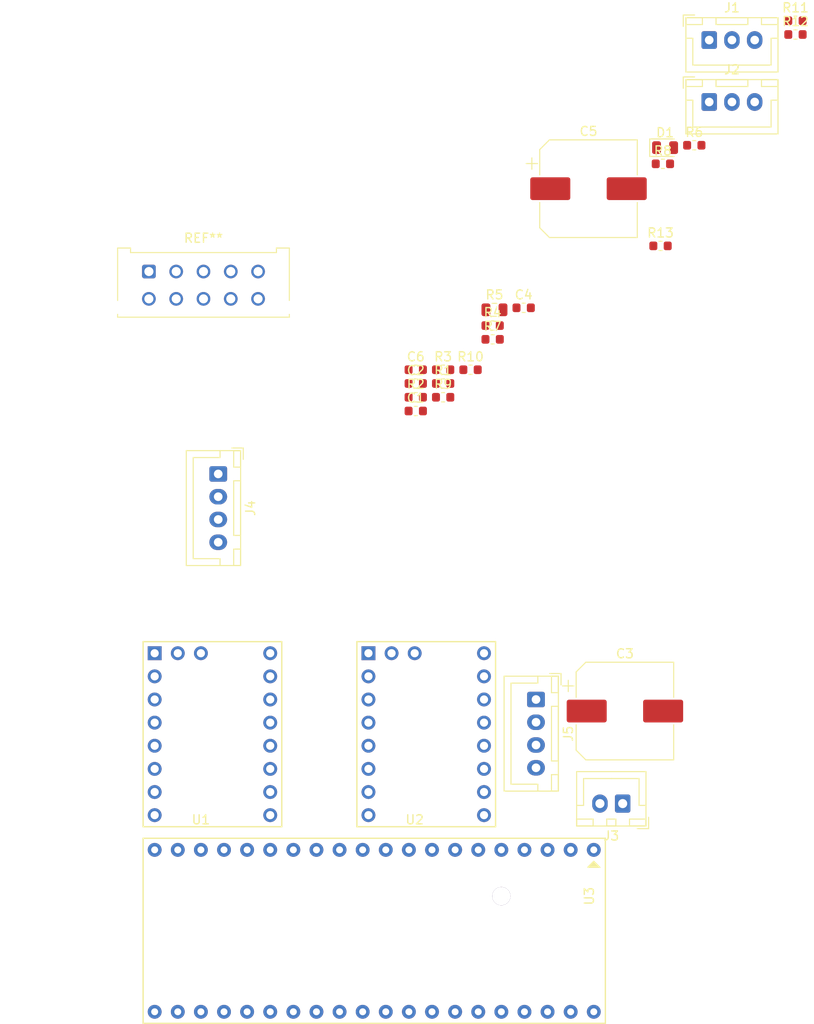
<source format=kicad_pcb>
(kicad_pcb (version 20171130) (host pcbnew 5.0.2+dfsg1-1)

  (general
    (thickness 1.6)
    (drawings 0)
    (tracks 0)
    (zones 0)
    (modules 29)
    (nets 38)
  )

  (page A4)
  (layers
    (0 F.Cu signal)
    (1 In1.Cu signal)
    (2 In2.Cu signal)
    (31 B.Cu signal)
    (32 B.Adhes user)
    (33 F.Adhes user)
    (34 B.Paste user)
    (35 F.Paste user)
    (36 B.SilkS user)
    (37 F.SilkS user)
    (38 B.Mask user)
    (39 F.Mask user)
    (40 Dwgs.User user)
    (41 Cmts.User user)
    (42 Eco1.User user)
    (43 Eco2.User user)
    (44 Edge.Cuts user)
    (45 Margin user)
    (46 B.CrtYd user)
    (47 F.CrtYd user)
    (48 B.Fab user)
    (49 F.Fab user)
  )

  (setup
    (last_trace_width 0.25)
    (trace_clearance 0.2)
    (zone_clearance 0.508)
    (zone_45_only no)
    (trace_min 0.2)
    (segment_width 0.2)
    (edge_width 0.15)
    (via_size 0.8)
    (via_drill 0.4)
    (via_min_size 0.4)
    (via_min_drill 0.3)
    (uvia_size 0.3)
    (uvia_drill 0.1)
    (uvias_allowed no)
    (uvia_min_size 0.2)
    (uvia_min_drill 0.1)
    (pcb_text_width 0.3)
    (pcb_text_size 1.5 1.5)
    (mod_edge_width 0.15)
    (mod_text_size 1 1)
    (mod_text_width 0.15)
    (pad_size 1.524 1.524)
    (pad_drill 0.762)
    (pad_to_mask_clearance 0.051)
    (solder_mask_min_width 0.25)
    (aux_axis_origin 0 0)
    (visible_elements FFFFFF7F)
    (pcbplotparams
      (layerselection 0x010fc_ffffffff)
      (usegerberextensions false)
      (usegerberattributes false)
      (usegerberadvancedattributes false)
      (creategerberjobfile false)
      (excludeedgelayer true)
      (linewidth 0.100000)
      (plotframeref false)
      (viasonmask false)
      (mode 1)
      (useauxorigin false)
      (hpglpennumber 1)
      (hpglpenspeed 20)
      (hpglpendiameter 15.000000)
      (psnegative false)
      (psa4output false)
      (plotreference true)
      (plotvalue true)
      (plotinvisibletext false)
      (padsonsilk false)
      (subtractmaskfromsilk false)
      (outputformat 1)
      (mirror false)
      (drillshape 1)
      (scaleselection 1)
      (outputdirectory ""))
  )

  (net 0 "")
  (net 1 V_MOTOR)
  (net 2 GND_MOTOR)
  (net 3 +3V3)
  (net 4 GND)
  (net 5 A_SG)
  (net 6 SPI_MOSI)
  (net 7 SPI_SCK)
  (net 8 SPI_MISO)
  (net 9 B_SG)
  (net 10 "Net-(R1-Pad1)")
  (net 11 A_EN)
  (net 12 A_STEP)
  (net 13 "Net-(R2-Pad1)")
  (net 14 "Net-(R3-Pad1)")
  (net 15 A_DIR)
  (net 16 B_EN)
  (net 17 B_STEP)
  (net 18 B_DIR)
  (net 19 "Net-(R10-Pad1)")
  (net 20 "Net-(R11-Pad1)")
  (net 21 A_CS)
  (net 22 B_CS)
  (net 23 A_STOP)
  (net 24 B_STOP)
  (net 25 "Net-(D1-Pad2)")
  (net 26 +5V)
  (net 27 "Net-(J4-Pad4)")
  (net 28 "Net-(J4-Pad3)")
  (net 29 "Net-(J4-Pad2)")
  (net 30 "Net-(J4-Pad1)")
  (net 31 "Net-(J5-Pad1)")
  (net 32 "Net-(J5-Pad2)")
  (net 33 "Net-(J5-Pad3)")
  (net 34 "Net-(J5-Pad4)")
  (net 35 "Net-(R12-Pad1)")
  (net 36 "Net-(J1-Pad2)")
  (net 37 "Net-(J2-Pad2)")

  (net_class Default "This is the default net class."
    (clearance 0.2)
    (trace_width 0.25)
    (via_dia 0.8)
    (via_drill 0.4)
    (uvia_dia 0.3)
    (uvia_drill 0.1)
    (add_net +3V3)
    (add_net +5V)
    (add_net A_CS)
    (add_net A_DIR)
    (add_net A_EN)
    (add_net A_SG)
    (add_net A_STEP)
    (add_net A_STOP)
    (add_net B_CS)
    (add_net B_DIR)
    (add_net B_EN)
    (add_net B_SG)
    (add_net B_STEP)
    (add_net B_STOP)
    (add_net GND)
    (add_net GND_MOTOR)
    (add_net "Net-(D1-Pad2)")
    (add_net "Net-(J1-Pad2)")
    (add_net "Net-(J2-Pad2)")
    (add_net "Net-(J4-Pad1)")
    (add_net "Net-(J4-Pad2)")
    (add_net "Net-(J4-Pad3)")
    (add_net "Net-(J4-Pad4)")
    (add_net "Net-(J5-Pad1)")
    (add_net "Net-(J5-Pad2)")
    (add_net "Net-(J5-Pad3)")
    (add_net "Net-(J5-Pad4)")
    (add_net "Net-(R1-Pad1)")
    (add_net "Net-(R10-Pad1)")
    (add_net "Net-(R11-Pad1)")
    (add_net "Net-(R12-Pad1)")
    (add_net "Net-(R2-Pad1)")
    (add_net "Net-(R3-Pad1)")
    (add_net SPI_MISO)
    (add_net SPI_MOSI)
    (add_net SPI_SCK)
    (add_net V_MOTOR)
  )

  (module custom-footprints:TMC-step-stick (layer F.Cu) (tedit 60F3D74F) (tstamp 614B5432)
    (at 86.36 140.97)
    (path /6149824E)
    (fp_text reference U1 (at 0 0.5) (layer F.SilkS)
      (effects (font (size 1 1) (thickness 0.15)))
    )
    (fp_text value TMC-A (at 0 -0.5) (layer F.Fab)
      (effects (font (size 1 1) (thickness 0.15)))
    )
    (fp_line (start -6.35 1.27) (end -6.35 -19.05) (layer F.CrtYd) (width 0.15))
    (fp_line (start 8.89 1.27) (end -6.35 1.27) (layer F.CrtYd) (width 0.15))
    (fp_line (start 8.89 -19.05) (end 8.89 1.27) (layer F.CrtYd) (width 0.15))
    (fp_line (start -6.35 -19.05) (end 8.89 -19.05) (layer F.CrtYd) (width 0.15))
    (fp_line (start -6.35 1.27) (end -6.35 -19.05) (layer F.SilkS) (width 0.15))
    (fp_line (start 8.89 1.27) (end -6.35 1.27) (layer F.SilkS) (width 0.15))
    (fp_line (start 8.89 -19.05) (end 8.89 1.27) (layer F.SilkS) (width 0.15))
    (fp_line (start -6.35 -19.05) (end 8.89 -19.05) (layer F.SilkS) (width 0.15))
    (pad 18 thru_hole circle (at 0 -17.78) (size 1.524 1.524) (drill 0.9) (layers *.Cu *.Mask)
      (net 5 A_SG))
    (pad 17 thru_hole circle (at -2.54 -17.78) (size 1.524 1.524) (drill 0.9) (layers *.Cu *.Mask))
    (pad 16 thru_hole circle (at 7.62 -17.78) (size 1.524 1.524) (drill 0.9) (layers *.Cu *.Mask)
      (net 1 V_MOTOR))
    (pad 15 thru_hole circle (at 7.62 -15.24) (size 1.524 1.524) (drill 0.9) (layers *.Cu *.Mask)
      (net 2 GND_MOTOR))
    (pad 14 thru_hole circle (at 7.62 -12.7) (size 1.524 1.524) (drill 0.9) (layers *.Cu *.Mask)
      (net 30 "Net-(J4-Pad1)"))
    (pad 13 thru_hole circle (at 7.62 -10.16) (size 1.524 1.524) (drill 0.9) (layers *.Cu *.Mask)
      (net 29 "Net-(J4-Pad2)"))
    (pad 12 thru_hole circle (at 7.62 -7.62) (size 1.524 1.524) (drill 0.9) (layers *.Cu *.Mask)
      (net 28 "Net-(J4-Pad3)"))
    (pad 11 thru_hole circle (at 7.62 -5.08) (size 1.524 1.524) (drill 0.9) (layers *.Cu *.Mask)
      (net 27 "Net-(J4-Pad4)"))
    (pad 10 thru_hole circle (at 7.62 -2.54) (size 1.524 1.524) (drill 0.9) (layers *.Cu *.Mask)
      (net 3 +3V3))
    (pad 9 thru_hole circle (at 7.62 0) (size 1.524 1.524) (drill 0.9) (layers *.Cu *.Mask)
      (net 4 GND))
    (pad 8 thru_hole circle (at -5.08 0) (size 1.524 1.524) (drill 0.9) (layers *.Cu *.Mask)
      (net 14 "Net-(R3-Pad1)"))
    (pad 7 thru_hole circle (at -5.08 -2.54) (size 1.524 1.524) (drill 0.9) (layers *.Cu *.Mask)
      (net 13 "Net-(R2-Pad1)"))
    (pad 6 thru_hole circle (at -5.08 -5.08) (size 1.524 1.524) (drill 0.9) (layers *.Cu *.Mask))
    (pad 5 thru_hole circle (at -5.08 -7.62) (size 1.524 1.524) (drill 0.9) (layers *.Cu *.Mask)
      (net 6 SPI_MOSI))
    (pad 4 thru_hole circle (at -5.08 -10.16) (size 1.524 1.524) (drill 0.9) (layers *.Cu *.Mask)
      (net 21 A_CS))
    (pad 3 thru_hole circle (at -5.08 -12.7) (size 1.524 1.524) (drill 0.9) (layers *.Cu *.Mask)
      (net 7 SPI_SCK))
    (pad 2 thru_hole circle (at -5.08 -15.24) (size 1.524 1.524) (drill 0.9) (layers *.Cu *.Mask)
      (net 8 SPI_MISO))
    (pad 1 thru_hole rect (at -5.08 -17.78) (size 1.524 1.524) (drill 0.9) (layers *.Cu *.Mask)
      (net 10 "Net-(R1-Pad1)"))
  )

  (module Capacitor_SMD:C_0603_1608Metric (layer F.Cu) (tedit 5B301BBE) (tstamp 614B5156)
    (at 109.973159 96.594321)
    (descr "Capacitor SMD 0603 (1608 Metric), square (rectangular) end terminal, IPC_7351 nominal, (Body size source: http://www.tortai-tech.com/upload/download/2011102023233369053.pdf), generated with kicad-footprint-generator")
    (tags capacitor)
    (path /614A5301)
    (attr smd)
    (fp_text reference C1 (at 0 -1.43) (layer F.SilkS)
      (effects (font (size 1 1) (thickness 0.15)))
    )
    (fp_text value 100n (at 0 1.43) (layer F.Fab)
      (effects (font (size 1 1) (thickness 0.15)))
    )
    (fp_line (start -0.8 0.4) (end -0.8 -0.4) (layer F.Fab) (width 0.1))
    (fp_line (start -0.8 -0.4) (end 0.8 -0.4) (layer F.Fab) (width 0.1))
    (fp_line (start 0.8 -0.4) (end 0.8 0.4) (layer F.Fab) (width 0.1))
    (fp_line (start 0.8 0.4) (end -0.8 0.4) (layer F.Fab) (width 0.1))
    (fp_line (start -0.162779 -0.51) (end 0.162779 -0.51) (layer F.SilkS) (width 0.12))
    (fp_line (start -0.162779 0.51) (end 0.162779 0.51) (layer F.SilkS) (width 0.12))
    (fp_line (start -1.48 0.73) (end -1.48 -0.73) (layer F.CrtYd) (width 0.05))
    (fp_line (start -1.48 -0.73) (end 1.48 -0.73) (layer F.CrtYd) (width 0.05))
    (fp_line (start 1.48 -0.73) (end 1.48 0.73) (layer F.CrtYd) (width 0.05))
    (fp_line (start 1.48 0.73) (end -1.48 0.73) (layer F.CrtYd) (width 0.05))
    (fp_text user %R (at 0 0) (layer F.Fab)
      (effects (font (size 0.4 0.4) (thickness 0.06)))
    )
    (pad 1 smd roundrect (at -0.7875 0) (size 0.875 0.95) (layers F.Cu F.Paste F.Mask) (roundrect_rratio 0.25)
      (net 23 A_STOP))
    (pad 2 smd roundrect (at 0.7875 0) (size 0.875 0.95) (layers F.Cu F.Paste F.Mask) (roundrect_rratio 0.25)
      (net 4 GND))
    (model ${KISYS3DMOD}/Capacitor_SMD.3dshapes/C_0603_1608Metric.wrl
      (at (xyz 0 0 0))
      (scale (xyz 1 1 1))
      (rotate (xyz 0 0 0))
    )
  )

  (module Capacitor_SMD:C_0603_1608Metric (layer F.Cu) (tedit 5B301BBE) (tstamp 614B5167)
    (at 109.973159 93.574321)
    (descr "Capacitor SMD 0603 (1608 Metric), square (rectangular) end terminal, IPC_7351 nominal, (Body size source: http://www.tortai-tech.com/upload/download/2011102023233369053.pdf), generated with kicad-footprint-generator")
    (tags capacitor)
    (path /614A9A10)
    (attr smd)
    (fp_text reference C2 (at 0 -1.43) (layer F.SilkS)
      (effects (font (size 1 1) (thickness 0.15)))
    )
    (fp_text value 100n (at 0 1.43) (layer F.Fab)
      (effects (font (size 1 1) (thickness 0.15)))
    )
    (fp_line (start -0.8 0.4) (end -0.8 -0.4) (layer F.Fab) (width 0.1))
    (fp_line (start -0.8 -0.4) (end 0.8 -0.4) (layer F.Fab) (width 0.1))
    (fp_line (start 0.8 -0.4) (end 0.8 0.4) (layer F.Fab) (width 0.1))
    (fp_line (start 0.8 0.4) (end -0.8 0.4) (layer F.Fab) (width 0.1))
    (fp_line (start -0.162779 -0.51) (end 0.162779 -0.51) (layer F.SilkS) (width 0.12))
    (fp_line (start -0.162779 0.51) (end 0.162779 0.51) (layer F.SilkS) (width 0.12))
    (fp_line (start -1.48 0.73) (end -1.48 -0.73) (layer F.CrtYd) (width 0.05))
    (fp_line (start -1.48 -0.73) (end 1.48 -0.73) (layer F.CrtYd) (width 0.05))
    (fp_line (start 1.48 -0.73) (end 1.48 0.73) (layer F.CrtYd) (width 0.05))
    (fp_line (start 1.48 0.73) (end -1.48 0.73) (layer F.CrtYd) (width 0.05))
    (fp_text user %R (at 0 0) (layer F.Fab)
      (effects (font (size 0.4 0.4) (thickness 0.06)))
    )
    (pad 1 smd roundrect (at -0.7875 0) (size 0.875 0.95) (layers F.Cu F.Paste F.Mask) (roundrect_rratio 0.25)
      (net 24 B_STOP))
    (pad 2 smd roundrect (at 0.7875 0) (size 0.875 0.95) (layers F.Cu F.Paste F.Mask) (roundrect_rratio 0.25)
      (net 4 GND))
    (model ${KISYS3DMOD}/Capacitor_SMD.3dshapes/C_0603_1608Metric.wrl
      (at (xyz 0 0 0))
      (scale (xyz 1 1 1))
      (rotate (xyz 0 0 0))
    )
  )

  (module Capacitor_SMD:CP_Elec_10x10.5 (layer F.Cu) (tedit 5BCA39D1) (tstamp 614B518F)
    (at 132.96 129.54)
    (descr "SMD capacitor, aluminum electrolytic, Vishay 1010, 10.0x10.5mm, http://www.vishay.com/docs/28395/150crz.pdf")
    (tags "capacitor electrolytic")
    (path /6149960A)
    (attr smd)
    (fp_text reference C3 (at 0 -6.3) (layer F.SilkS)
      (effects (font (size 1 1) (thickness 0.15)))
    )
    (fp_text value 100u (at 0 6.3) (layer F.Fab)
      (effects (font (size 1 1) (thickness 0.15)))
    )
    (fp_text user %R (at 0 0) (layer F.Fab)
      (effects (font (size 1 1) (thickness 0.15)))
    )
    (fp_line (start -6.65 1.5) (end -5.5 1.5) (layer F.CrtYd) (width 0.05))
    (fp_line (start -6.65 -1.5) (end -6.65 1.5) (layer F.CrtYd) (width 0.05))
    (fp_line (start -5.5 -1.5) (end -6.65 -1.5) (layer F.CrtYd) (width 0.05))
    (fp_line (start -5.5 1.5) (end -5.5 4.35) (layer F.CrtYd) (width 0.05))
    (fp_line (start -5.5 -4.35) (end -5.5 -1.5) (layer F.CrtYd) (width 0.05))
    (fp_line (start -5.5 -4.35) (end -4.35 -5.5) (layer F.CrtYd) (width 0.05))
    (fp_line (start -5.5 4.35) (end -4.35 5.5) (layer F.CrtYd) (width 0.05))
    (fp_line (start -4.35 -5.5) (end 5.5 -5.5) (layer F.CrtYd) (width 0.05))
    (fp_line (start -4.35 5.5) (end 5.5 5.5) (layer F.CrtYd) (width 0.05))
    (fp_line (start 5.5 1.5) (end 5.5 5.5) (layer F.CrtYd) (width 0.05))
    (fp_line (start 6.65 1.5) (end 5.5 1.5) (layer F.CrtYd) (width 0.05))
    (fp_line (start 6.65 -1.5) (end 6.65 1.5) (layer F.CrtYd) (width 0.05))
    (fp_line (start 5.5 -1.5) (end 6.65 -1.5) (layer F.CrtYd) (width 0.05))
    (fp_line (start 5.5 -5.5) (end 5.5 -1.5) (layer F.CrtYd) (width 0.05))
    (fp_line (start -6.225 -3.385) (end -6.225 -2.135) (layer F.SilkS) (width 0.12))
    (fp_line (start -6.85 -2.76) (end -5.6 -2.76) (layer F.SilkS) (width 0.12))
    (fp_line (start -5.36 4.295563) (end -4.295563 5.36) (layer F.SilkS) (width 0.12))
    (fp_line (start -5.36 -4.295563) (end -4.295563 -5.36) (layer F.SilkS) (width 0.12))
    (fp_line (start -5.36 -4.295563) (end -5.36 -1.51) (layer F.SilkS) (width 0.12))
    (fp_line (start -5.36 4.295563) (end -5.36 1.51) (layer F.SilkS) (width 0.12))
    (fp_line (start -4.295563 5.36) (end 5.36 5.36) (layer F.SilkS) (width 0.12))
    (fp_line (start -4.295563 -5.36) (end 5.36 -5.36) (layer F.SilkS) (width 0.12))
    (fp_line (start 5.36 -5.36) (end 5.36 -1.51) (layer F.SilkS) (width 0.12))
    (fp_line (start 5.36 5.36) (end 5.36 1.51) (layer F.SilkS) (width 0.12))
    (fp_line (start -4.058325 -2.2) (end -4.058325 -1.2) (layer F.Fab) (width 0.1))
    (fp_line (start -4.558325 -1.7) (end -3.558325 -1.7) (layer F.Fab) (width 0.1))
    (fp_line (start -5.25 4.25) (end -4.25 5.25) (layer F.Fab) (width 0.1))
    (fp_line (start -5.25 -4.25) (end -4.25 -5.25) (layer F.Fab) (width 0.1))
    (fp_line (start -5.25 -4.25) (end -5.25 4.25) (layer F.Fab) (width 0.1))
    (fp_line (start -4.25 5.25) (end 5.25 5.25) (layer F.Fab) (width 0.1))
    (fp_line (start -4.25 -5.25) (end 5.25 -5.25) (layer F.Fab) (width 0.1))
    (fp_line (start 5.25 -5.25) (end 5.25 5.25) (layer F.Fab) (width 0.1))
    (fp_circle (center 0 0) (end 5 0) (layer F.Fab) (width 0.1))
    (pad 2 smd roundrect (at 4.2 0) (size 4.4 2.5) (layers F.Cu F.Paste F.Mask) (roundrect_rratio 0.1)
      (net 2 GND_MOTOR))
    (pad 1 smd roundrect (at -4.2 0) (size 4.4 2.5) (layers F.Cu F.Paste F.Mask) (roundrect_rratio 0.1)
      (net 1 V_MOTOR))
    (model ${KISYS3DMOD}/Capacitor_SMD.3dshapes/CP_Elec_10x10.5.wrl
      (at (xyz 0 0 0))
      (scale (xyz 1 1 1))
      (rotate (xyz 0 0 0))
    )
  )

  (module Capacitor_SMD:C_0603_1608Metric (layer F.Cu) (tedit 5B301BBE) (tstamp 614B51A0)
    (at 121.833159 85.264321)
    (descr "Capacitor SMD 0603 (1608 Metric), square (rectangular) end terminal, IPC_7351 nominal, (Body size source: http://www.tortai-tech.com/upload/download/2011102023233369053.pdf), generated with kicad-footprint-generator")
    (tags capacitor)
    (path /61498E6F)
    (attr smd)
    (fp_text reference C4 (at 0 -1.43) (layer F.SilkS)
      (effects (font (size 1 1) (thickness 0.15)))
    )
    (fp_text value 100n (at 0 1.43) (layer F.Fab)
      (effects (font (size 1 1) (thickness 0.15)))
    )
    (fp_text user %R (at 0 0) (layer F.Fab)
      (effects (font (size 0.4 0.4) (thickness 0.06)))
    )
    (fp_line (start 1.48 0.73) (end -1.48 0.73) (layer F.CrtYd) (width 0.05))
    (fp_line (start 1.48 -0.73) (end 1.48 0.73) (layer F.CrtYd) (width 0.05))
    (fp_line (start -1.48 -0.73) (end 1.48 -0.73) (layer F.CrtYd) (width 0.05))
    (fp_line (start -1.48 0.73) (end -1.48 -0.73) (layer F.CrtYd) (width 0.05))
    (fp_line (start -0.162779 0.51) (end 0.162779 0.51) (layer F.SilkS) (width 0.12))
    (fp_line (start -0.162779 -0.51) (end 0.162779 -0.51) (layer F.SilkS) (width 0.12))
    (fp_line (start 0.8 0.4) (end -0.8 0.4) (layer F.Fab) (width 0.1))
    (fp_line (start 0.8 -0.4) (end 0.8 0.4) (layer F.Fab) (width 0.1))
    (fp_line (start -0.8 -0.4) (end 0.8 -0.4) (layer F.Fab) (width 0.1))
    (fp_line (start -0.8 0.4) (end -0.8 -0.4) (layer F.Fab) (width 0.1))
    (pad 2 smd roundrect (at 0.7875 0) (size 0.875 0.95) (layers F.Cu F.Paste F.Mask) (roundrect_rratio 0.25)
      (net 4 GND))
    (pad 1 smd roundrect (at -0.7875 0) (size 0.875 0.95) (layers F.Cu F.Paste F.Mask) (roundrect_rratio 0.25)
      (net 3 +3V3))
    (model ${KISYS3DMOD}/Capacitor_SMD.3dshapes/C_0603_1608Metric.wrl
      (at (xyz 0 0 0))
      (scale (xyz 1 1 1))
      (rotate (xyz 0 0 0))
    )
  )

  (module Capacitor_SMD:CP_Elec_10x10.5 (layer F.Cu) (tedit 5BCA39D1) (tstamp 614B51C8)
    (at 128.958159 72.184321)
    (descr "SMD capacitor, aluminum electrolytic, Vishay 1010, 10.0x10.5mm, http://www.vishay.com/docs/28395/150crz.pdf")
    (tags "capacitor electrolytic")
    (path /6149B3DB)
    (attr smd)
    (fp_text reference C5 (at 0 -6.3) (layer F.SilkS)
      (effects (font (size 1 1) (thickness 0.15)))
    )
    (fp_text value 100u (at 0 6.3) (layer F.Fab)
      (effects (font (size 1 1) (thickness 0.15)))
    )
    (fp_circle (center 0 0) (end 5 0) (layer F.Fab) (width 0.1))
    (fp_line (start 5.25 -5.25) (end 5.25 5.25) (layer F.Fab) (width 0.1))
    (fp_line (start -4.25 -5.25) (end 5.25 -5.25) (layer F.Fab) (width 0.1))
    (fp_line (start -4.25 5.25) (end 5.25 5.25) (layer F.Fab) (width 0.1))
    (fp_line (start -5.25 -4.25) (end -5.25 4.25) (layer F.Fab) (width 0.1))
    (fp_line (start -5.25 -4.25) (end -4.25 -5.25) (layer F.Fab) (width 0.1))
    (fp_line (start -5.25 4.25) (end -4.25 5.25) (layer F.Fab) (width 0.1))
    (fp_line (start -4.558325 -1.7) (end -3.558325 -1.7) (layer F.Fab) (width 0.1))
    (fp_line (start -4.058325 -2.2) (end -4.058325 -1.2) (layer F.Fab) (width 0.1))
    (fp_line (start 5.36 5.36) (end 5.36 1.51) (layer F.SilkS) (width 0.12))
    (fp_line (start 5.36 -5.36) (end 5.36 -1.51) (layer F.SilkS) (width 0.12))
    (fp_line (start -4.295563 -5.36) (end 5.36 -5.36) (layer F.SilkS) (width 0.12))
    (fp_line (start -4.295563 5.36) (end 5.36 5.36) (layer F.SilkS) (width 0.12))
    (fp_line (start -5.36 4.295563) (end -5.36 1.51) (layer F.SilkS) (width 0.12))
    (fp_line (start -5.36 -4.295563) (end -5.36 -1.51) (layer F.SilkS) (width 0.12))
    (fp_line (start -5.36 -4.295563) (end -4.295563 -5.36) (layer F.SilkS) (width 0.12))
    (fp_line (start -5.36 4.295563) (end -4.295563 5.36) (layer F.SilkS) (width 0.12))
    (fp_line (start -6.85 -2.76) (end -5.6 -2.76) (layer F.SilkS) (width 0.12))
    (fp_line (start -6.225 -3.385) (end -6.225 -2.135) (layer F.SilkS) (width 0.12))
    (fp_line (start 5.5 -5.5) (end 5.5 -1.5) (layer F.CrtYd) (width 0.05))
    (fp_line (start 5.5 -1.5) (end 6.65 -1.5) (layer F.CrtYd) (width 0.05))
    (fp_line (start 6.65 -1.5) (end 6.65 1.5) (layer F.CrtYd) (width 0.05))
    (fp_line (start 6.65 1.5) (end 5.5 1.5) (layer F.CrtYd) (width 0.05))
    (fp_line (start 5.5 1.5) (end 5.5 5.5) (layer F.CrtYd) (width 0.05))
    (fp_line (start -4.35 5.5) (end 5.5 5.5) (layer F.CrtYd) (width 0.05))
    (fp_line (start -4.35 -5.5) (end 5.5 -5.5) (layer F.CrtYd) (width 0.05))
    (fp_line (start -5.5 4.35) (end -4.35 5.5) (layer F.CrtYd) (width 0.05))
    (fp_line (start -5.5 -4.35) (end -4.35 -5.5) (layer F.CrtYd) (width 0.05))
    (fp_line (start -5.5 -4.35) (end -5.5 -1.5) (layer F.CrtYd) (width 0.05))
    (fp_line (start -5.5 1.5) (end -5.5 4.35) (layer F.CrtYd) (width 0.05))
    (fp_line (start -5.5 -1.5) (end -6.65 -1.5) (layer F.CrtYd) (width 0.05))
    (fp_line (start -6.65 -1.5) (end -6.65 1.5) (layer F.CrtYd) (width 0.05))
    (fp_line (start -6.65 1.5) (end -5.5 1.5) (layer F.CrtYd) (width 0.05))
    (fp_text user %R (at 0 0) (layer F.Fab)
      (effects (font (size 1 1) (thickness 0.15)))
    )
    (pad 1 smd roundrect (at -4.2 0) (size 4.4 2.5) (layers F.Cu F.Paste F.Mask) (roundrect_rratio 0.1)
      (net 1 V_MOTOR))
    (pad 2 smd roundrect (at 4.2 0) (size 4.4 2.5) (layers F.Cu F.Paste F.Mask) (roundrect_rratio 0.1)
      (net 2 GND_MOTOR))
    (model ${KISYS3DMOD}/Capacitor_SMD.3dshapes/CP_Elec_10x10.5.wrl
      (at (xyz 0 0 0))
      (scale (xyz 1 1 1))
      (rotate (xyz 0 0 0))
    )
  )

  (module Capacitor_SMD:C_0603_1608Metric (layer F.Cu) (tedit 5B301BBE) (tstamp 614B51D9)
    (at 109.973159 92.064321)
    (descr "Capacitor SMD 0603 (1608 Metric), square (rectangular) end terminal, IPC_7351 nominal, (Body size source: http://www.tortai-tech.com/upload/download/2011102023233369053.pdf), generated with kicad-footprint-generator")
    (tags capacitor)
    (path /6149B3BB)
    (attr smd)
    (fp_text reference C6 (at 0 -1.43) (layer F.SilkS)
      (effects (font (size 1 1) (thickness 0.15)))
    )
    (fp_text value 100n (at 0 1.43) (layer F.Fab)
      (effects (font (size 1 1) (thickness 0.15)))
    )
    (fp_text user %R (at 0 0) (layer F.Fab)
      (effects (font (size 0.4 0.4) (thickness 0.06)))
    )
    (fp_line (start 1.48 0.73) (end -1.48 0.73) (layer F.CrtYd) (width 0.05))
    (fp_line (start 1.48 -0.73) (end 1.48 0.73) (layer F.CrtYd) (width 0.05))
    (fp_line (start -1.48 -0.73) (end 1.48 -0.73) (layer F.CrtYd) (width 0.05))
    (fp_line (start -1.48 0.73) (end -1.48 -0.73) (layer F.CrtYd) (width 0.05))
    (fp_line (start -0.162779 0.51) (end 0.162779 0.51) (layer F.SilkS) (width 0.12))
    (fp_line (start -0.162779 -0.51) (end 0.162779 -0.51) (layer F.SilkS) (width 0.12))
    (fp_line (start 0.8 0.4) (end -0.8 0.4) (layer F.Fab) (width 0.1))
    (fp_line (start 0.8 -0.4) (end 0.8 0.4) (layer F.Fab) (width 0.1))
    (fp_line (start -0.8 -0.4) (end 0.8 -0.4) (layer F.Fab) (width 0.1))
    (fp_line (start -0.8 0.4) (end -0.8 -0.4) (layer F.Fab) (width 0.1))
    (pad 2 smd roundrect (at 0.7875 0) (size 0.875 0.95) (layers F.Cu F.Paste F.Mask) (roundrect_rratio 0.25)
      (net 4 GND))
    (pad 1 smd roundrect (at -0.7875 0) (size 0.875 0.95) (layers F.Cu F.Paste F.Mask) (roundrect_rratio 0.25)
      (net 3 +3V3))
    (model ${KISYS3DMOD}/Capacitor_SMD.3dshapes/C_0603_1608Metric.wrl
      (at (xyz 0 0 0))
      (scale (xyz 1 1 1))
      (rotate (xyz 0 0 0))
    )
  )

  (module LED_SMD:LED_0805_2012Metric (layer F.Cu) (tedit 5B36C52C) (tstamp 614B51EC)
    (at 137.373159 67.679321)
    (descr "LED SMD 0805 (2012 Metric), square (rectangular) end terminal, IPC_7351 nominal, (Body size source: https://docs.google.com/spreadsheets/d/1BsfQQcO9C6DZCsRaXUlFlo91Tg2WpOkGARC1WS5S8t0/edit?usp=sharing), generated with kicad-footprint-generator")
    (tags diode)
    (path /614AB850)
    (attr smd)
    (fp_text reference D1 (at 0 -1.65) (layer F.SilkS)
      (effects (font (size 1 1) (thickness 0.15)))
    )
    (fp_text value LED (at 0 1.65) (layer F.Fab)
      (effects (font (size 1 1) (thickness 0.15)))
    )
    (fp_line (start 1 -0.6) (end -0.7 -0.6) (layer F.Fab) (width 0.1))
    (fp_line (start -0.7 -0.6) (end -1 -0.3) (layer F.Fab) (width 0.1))
    (fp_line (start -1 -0.3) (end -1 0.6) (layer F.Fab) (width 0.1))
    (fp_line (start -1 0.6) (end 1 0.6) (layer F.Fab) (width 0.1))
    (fp_line (start 1 0.6) (end 1 -0.6) (layer F.Fab) (width 0.1))
    (fp_line (start 1 -0.96) (end -1.685 -0.96) (layer F.SilkS) (width 0.12))
    (fp_line (start -1.685 -0.96) (end -1.685 0.96) (layer F.SilkS) (width 0.12))
    (fp_line (start -1.685 0.96) (end 1 0.96) (layer F.SilkS) (width 0.12))
    (fp_line (start -1.68 0.95) (end -1.68 -0.95) (layer F.CrtYd) (width 0.05))
    (fp_line (start -1.68 -0.95) (end 1.68 -0.95) (layer F.CrtYd) (width 0.05))
    (fp_line (start 1.68 -0.95) (end 1.68 0.95) (layer F.CrtYd) (width 0.05))
    (fp_line (start 1.68 0.95) (end -1.68 0.95) (layer F.CrtYd) (width 0.05))
    (fp_text user %R (at 0 0) (layer F.Fab)
      (effects (font (size 0.5 0.5) (thickness 0.08)))
    )
    (pad 1 smd roundrect (at -0.9375 0) (size 0.975 1.4) (layers F.Cu F.Paste F.Mask) (roundrect_rratio 0.25)
      (net 2 GND_MOTOR))
    (pad 2 smd roundrect (at 0.9375 0) (size 0.975 1.4) (layers F.Cu F.Paste F.Mask) (roundrect_rratio 0.25)
      (net 25 "Net-(D1-Pad2)"))
    (model ${KISYS3DMOD}/LED_SMD.3dshapes/LED_0805_2012Metric.wrl
      (at (xyz 0 0 0))
      (scale (xyz 1 1 1))
      (rotate (xyz 0 0 0))
    )
  )

  (module Connector_JST:JST_XH_B03B-XH-A_1x03_P2.50mm_Vertical (layer F.Cu) (tedit 5B7754C5) (tstamp 614B5216)
    (at 142.223159 55.864321)
    (descr "JST XH series connector, B03B-XH-A (http://www.jst-mfg.com/product/pdf/eng/eXH.pdf), generated with kicad-footprint-generator")
    (tags "connector JST XH side entry")
    (path /614A35AD)
    (fp_text reference J1 (at 2.5 -3.55) (layer F.SilkS)
      (effects (font (size 1 1) (thickness 0.15)))
    )
    (fp_text value Conn_01x03_Female (at 2.5 4.6) (layer F.Fab)
      (effects (font (size 1 1) (thickness 0.15)))
    )
    (fp_line (start -2.45 -2.35) (end -2.45 3.4) (layer F.Fab) (width 0.1))
    (fp_line (start -2.45 3.4) (end 7.45 3.4) (layer F.Fab) (width 0.1))
    (fp_line (start 7.45 3.4) (end 7.45 -2.35) (layer F.Fab) (width 0.1))
    (fp_line (start 7.45 -2.35) (end -2.45 -2.35) (layer F.Fab) (width 0.1))
    (fp_line (start -2.56 -2.46) (end -2.56 3.51) (layer F.SilkS) (width 0.12))
    (fp_line (start -2.56 3.51) (end 7.56 3.51) (layer F.SilkS) (width 0.12))
    (fp_line (start 7.56 3.51) (end 7.56 -2.46) (layer F.SilkS) (width 0.12))
    (fp_line (start 7.56 -2.46) (end -2.56 -2.46) (layer F.SilkS) (width 0.12))
    (fp_line (start -2.95 -2.85) (end -2.95 3.9) (layer F.CrtYd) (width 0.05))
    (fp_line (start -2.95 3.9) (end 7.95 3.9) (layer F.CrtYd) (width 0.05))
    (fp_line (start 7.95 3.9) (end 7.95 -2.85) (layer F.CrtYd) (width 0.05))
    (fp_line (start 7.95 -2.85) (end -2.95 -2.85) (layer F.CrtYd) (width 0.05))
    (fp_line (start -0.625 -2.35) (end 0 -1.35) (layer F.Fab) (width 0.1))
    (fp_line (start 0 -1.35) (end 0.625 -2.35) (layer F.Fab) (width 0.1))
    (fp_line (start 0.75 -2.45) (end 0.75 -1.7) (layer F.SilkS) (width 0.12))
    (fp_line (start 0.75 -1.7) (end 4.25 -1.7) (layer F.SilkS) (width 0.12))
    (fp_line (start 4.25 -1.7) (end 4.25 -2.45) (layer F.SilkS) (width 0.12))
    (fp_line (start 4.25 -2.45) (end 0.75 -2.45) (layer F.SilkS) (width 0.12))
    (fp_line (start -2.55 -2.45) (end -2.55 -1.7) (layer F.SilkS) (width 0.12))
    (fp_line (start -2.55 -1.7) (end -0.75 -1.7) (layer F.SilkS) (width 0.12))
    (fp_line (start -0.75 -1.7) (end -0.75 -2.45) (layer F.SilkS) (width 0.12))
    (fp_line (start -0.75 -2.45) (end -2.55 -2.45) (layer F.SilkS) (width 0.12))
    (fp_line (start 5.75 -2.45) (end 5.75 -1.7) (layer F.SilkS) (width 0.12))
    (fp_line (start 5.75 -1.7) (end 7.55 -1.7) (layer F.SilkS) (width 0.12))
    (fp_line (start 7.55 -1.7) (end 7.55 -2.45) (layer F.SilkS) (width 0.12))
    (fp_line (start 7.55 -2.45) (end 5.75 -2.45) (layer F.SilkS) (width 0.12))
    (fp_line (start -2.55 -0.2) (end -1.8 -0.2) (layer F.SilkS) (width 0.12))
    (fp_line (start -1.8 -0.2) (end -1.8 2.75) (layer F.SilkS) (width 0.12))
    (fp_line (start -1.8 2.75) (end 2.5 2.75) (layer F.SilkS) (width 0.12))
    (fp_line (start 7.55 -0.2) (end 6.8 -0.2) (layer F.SilkS) (width 0.12))
    (fp_line (start 6.8 -0.2) (end 6.8 2.75) (layer F.SilkS) (width 0.12))
    (fp_line (start 6.8 2.75) (end 2.5 2.75) (layer F.SilkS) (width 0.12))
    (fp_line (start -1.6 -2.75) (end -2.85 -2.75) (layer F.SilkS) (width 0.12))
    (fp_line (start -2.85 -2.75) (end -2.85 -1.5) (layer F.SilkS) (width 0.12))
    (fp_text user %R (at 2.5 2.7) (layer F.Fab)
      (effects (font (size 1 1) (thickness 0.15)))
    )
    (pad 1 thru_hole roundrect (at 0 0) (size 1.7 1.95) (drill 0.95) (layers *.Cu *.Mask) (roundrect_rratio 0.147059)
      (net 4 GND))
    (pad 2 thru_hole oval (at 2.5 0) (size 1.7 1.95) (drill 0.95) (layers *.Cu *.Mask)
      (net 36 "Net-(J1-Pad2)"))
    (pad 3 thru_hole oval (at 5 0) (size 1.7 1.95) (drill 0.95) (layers *.Cu *.Mask)
      (net 26 +5V))
    (model ${KISYS3DMOD}/Connector_JST.3dshapes/JST_XH_B03B-XH-A_1x03_P2.50mm_Vertical.wrl
      (at (xyz 0 0 0))
      (scale (xyz 1 1 1))
      (rotate (xyz 0 0 0))
    )
  )

  (module Connector_JST:JST_XH_B03B-XH-A_1x03_P2.50mm_Vertical (layer F.Cu) (tedit 5B7754C5) (tstamp 614B5240)
    (at 142.223159 62.664321)
    (descr "JST XH series connector, B03B-XH-A (http://www.jst-mfg.com/product/pdf/eng/eXH.pdf), generated with kicad-footprint-generator")
    (tags "connector JST XH side entry")
    (path /614A99F3)
    (fp_text reference J2 (at 2.5 -3.55) (layer F.SilkS)
      (effects (font (size 1 1) (thickness 0.15)))
    )
    (fp_text value Conn_01x03_Female (at 2.5 4.6) (layer F.Fab)
      (effects (font (size 1 1) (thickness 0.15)))
    )
    (fp_text user %R (at 2.5 2.7) (layer F.Fab)
      (effects (font (size 1 1) (thickness 0.15)))
    )
    (fp_line (start -2.85 -2.75) (end -2.85 -1.5) (layer F.SilkS) (width 0.12))
    (fp_line (start -1.6 -2.75) (end -2.85 -2.75) (layer F.SilkS) (width 0.12))
    (fp_line (start 6.8 2.75) (end 2.5 2.75) (layer F.SilkS) (width 0.12))
    (fp_line (start 6.8 -0.2) (end 6.8 2.75) (layer F.SilkS) (width 0.12))
    (fp_line (start 7.55 -0.2) (end 6.8 -0.2) (layer F.SilkS) (width 0.12))
    (fp_line (start -1.8 2.75) (end 2.5 2.75) (layer F.SilkS) (width 0.12))
    (fp_line (start -1.8 -0.2) (end -1.8 2.75) (layer F.SilkS) (width 0.12))
    (fp_line (start -2.55 -0.2) (end -1.8 -0.2) (layer F.SilkS) (width 0.12))
    (fp_line (start 7.55 -2.45) (end 5.75 -2.45) (layer F.SilkS) (width 0.12))
    (fp_line (start 7.55 -1.7) (end 7.55 -2.45) (layer F.SilkS) (width 0.12))
    (fp_line (start 5.75 -1.7) (end 7.55 -1.7) (layer F.SilkS) (width 0.12))
    (fp_line (start 5.75 -2.45) (end 5.75 -1.7) (layer F.SilkS) (width 0.12))
    (fp_line (start -0.75 -2.45) (end -2.55 -2.45) (layer F.SilkS) (width 0.12))
    (fp_line (start -0.75 -1.7) (end -0.75 -2.45) (layer F.SilkS) (width 0.12))
    (fp_line (start -2.55 -1.7) (end -0.75 -1.7) (layer F.SilkS) (width 0.12))
    (fp_line (start -2.55 -2.45) (end -2.55 -1.7) (layer F.SilkS) (width 0.12))
    (fp_line (start 4.25 -2.45) (end 0.75 -2.45) (layer F.SilkS) (width 0.12))
    (fp_line (start 4.25 -1.7) (end 4.25 -2.45) (layer F.SilkS) (width 0.12))
    (fp_line (start 0.75 -1.7) (end 4.25 -1.7) (layer F.SilkS) (width 0.12))
    (fp_line (start 0.75 -2.45) (end 0.75 -1.7) (layer F.SilkS) (width 0.12))
    (fp_line (start 0 -1.35) (end 0.625 -2.35) (layer F.Fab) (width 0.1))
    (fp_line (start -0.625 -2.35) (end 0 -1.35) (layer F.Fab) (width 0.1))
    (fp_line (start 7.95 -2.85) (end -2.95 -2.85) (layer F.CrtYd) (width 0.05))
    (fp_line (start 7.95 3.9) (end 7.95 -2.85) (layer F.CrtYd) (width 0.05))
    (fp_line (start -2.95 3.9) (end 7.95 3.9) (layer F.CrtYd) (width 0.05))
    (fp_line (start -2.95 -2.85) (end -2.95 3.9) (layer F.CrtYd) (width 0.05))
    (fp_line (start 7.56 -2.46) (end -2.56 -2.46) (layer F.SilkS) (width 0.12))
    (fp_line (start 7.56 3.51) (end 7.56 -2.46) (layer F.SilkS) (width 0.12))
    (fp_line (start -2.56 3.51) (end 7.56 3.51) (layer F.SilkS) (width 0.12))
    (fp_line (start -2.56 -2.46) (end -2.56 3.51) (layer F.SilkS) (width 0.12))
    (fp_line (start 7.45 -2.35) (end -2.45 -2.35) (layer F.Fab) (width 0.1))
    (fp_line (start 7.45 3.4) (end 7.45 -2.35) (layer F.Fab) (width 0.1))
    (fp_line (start -2.45 3.4) (end 7.45 3.4) (layer F.Fab) (width 0.1))
    (fp_line (start -2.45 -2.35) (end -2.45 3.4) (layer F.Fab) (width 0.1))
    (pad 3 thru_hole oval (at 5 0) (size 1.7 1.95) (drill 0.95) (layers *.Cu *.Mask)
      (net 26 +5V))
    (pad 2 thru_hole oval (at 2.5 0) (size 1.7 1.95) (drill 0.95) (layers *.Cu *.Mask)
      (net 37 "Net-(J2-Pad2)"))
    (pad 1 thru_hole roundrect (at 0 0) (size 1.7 1.95) (drill 0.95) (layers *.Cu *.Mask) (roundrect_rratio 0.147059)
      (net 4 GND))
    (model ${KISYS3DMOD}/Connector_JST.3dshapes/JST_XH_B03B-XH-A_1x03_P2.50mm_Vertical.wrl
      (at (xyz 0 0 0))
      (scale (xyz 1 1 1))
      (rotate (xyz 0 0 0))
    )
  )

  (module Connector_JST:JST_XH_B02B-XH-A_1x02_P2.50mm_Vertical (layer F.Cu) (tedit 5B7754C5) (tstamp 614B5269)
    (at 132.715 139.7 180)
    (descr "JST XH series connector, B02B-XH-A (http://www.jst-mfg.com/product/pdf/eng/eXH.pdf), generated with kicad-footprint-generator")
    (tags "connector JST XH side entry")
    (path /614AB244)
    (fp_text reference J3 (at 1.25 -3.55 180) (layer F.SilkS)
      (effects (font (size 1 1) (thickness 0.15)))
    )
    (fp_text value Conn_01x02_Female (at 1.25 4.6 180) (layer F.Fab)
      (effects (font (size 1 1) (thickness 0.15)))
    )
    (fp_line (start -2.45 -2.35) (end -2.45 3.4) (layer F.Fab) (width 0.1))
    (fp_line (start -2.45 3.4) (end 4.95 3.4) (layer F.Fab) (width 0.1))
    (fp_line (start 4.95 3.4) (end 4.95 -2.35) (layer F.Fab) (width 0.1))
    (fp_line (start 4.95 -2.35) (end -2.45 -2.35) (layer F.Fab) (width 0.1))
    (fp_line (start -2.56 -2.46) (end -2.56 3.51) (layer F.SilkS) (width 0.12))
    (fp_line (start -2.56 3.51) (end 5.06 3.51) (layer F.SilkS) (width 0.12))
    (fp_line (start 5.06 3.51) (end 5.06 -2.46) (layer F.SilkS) (width 0.12))
    (fp_line (start 5.06 -2.46) (end -2.56 -2.46) (layer F.SilkS) (width 0.12))
    (fp_line (start -2.95 -2.85) (end -2.95 3.9) (layer F.CrtYd) (width 0.05))
    (fp_line (start -2.95 3.9) (end 5.45 3.9) (layer F.CrtYd) (width 0.05))
    (fp_line (start 5.45 3.9) (end 5.45 -2.85) (layer F.CrtYd) (width 0.05))
    (fp_line (start 5.45 -2.85) (end -2.95 -2.85) (layer F.CrtYd) (width 0.05))
    (fp_line (start -0.625 -2.35) (end 0 -1.35) (layer F.Fab) (width 0.1))
    (fp_line (start 0 -1.35) (end 0.625 -2.35) (layer F.Fab) (width 0.1))
    (fp_line (start 0.75 -2.45) (end 0.75 -1.7) (layer F.SilkS) (width 0.12))
    (fp_line (start 0.75 -1.7) (end 1.75 -1.7) (layer F.SilkS) (width 0.12))
    (fp_line (start 1.75 -1.7) (end 1.75 -2.45) (layer F.SilkS) (width 0.12))
    (fp_line (start 1.75 -2.45) (end 0.75 -2.45) (layer F.SilkS) (width 0.12))
    (fp_line (start -2.55 -2.45) (end -2.55 -1.7) (layer F.SilkS) (width 0.12))
    (fp_line (start -2.55 -1.7) (end -0.75 -1.7) (layer F.SilkS) (width 0.12))
    (fp_line (start -0.75 -1.7) (end -0.75 -2.45) (layer F.SilkS) (width 0.12))
    (fp_line (start -0.75 -2.45) (end -2.55 -2.45) (layer F.SilkS) (width 0.12))
    (fp_line (start 3.25 -2.45) (end 3.25 -1.7) (layer F.SilkS) (width 0.12))
    (fp_line (start 3.25 -1.7) (end 5.05 -1.7) (layer F.SilkS) (width 0.12))
    (fp_line (start 5.05 -1.7) (end 5.05 -2.45) (layer F.SilkS) (width 0.12))
    (fp_line (start 5.05 -2.45) (end 3.25 -2.45) (layer F.SilkS) (width 0.12))
    (fp_line (start -2.55 -0.2) (end -1.8 -0.2) (layer F.SilkS) (width 0.12))
    (fp_line (start -1.8 -0.2) (end -1.8 2.75) (layer F.SilkS) (width 0.12))
    (fp_line (start -1.8 2.75) (end 1.25 2.75) (layer F.SilkS) (width 0.12))
    (fp_line (start 5.05 -0.2) (end 4.3 -0.2) (layer F.SilkS) (width 0.12))
    (fp_line (start 4.3 -0.2) (end 4.3 2.75) (layer F.SilkS) (width 0.12))
    (fp_line (start 4.3 2.75) (end 1.25 2.75) (layer F.SilkS) (width 0.12))
    (fp_line (start -1.6 -2.75) (end -2.85 -2.75) (layer F.SilkS) (width 0.12))
    (fp_line (start -2.85 -2.75) (end -2.85 -1.5) (layer F.SilkS) (width 0.12))
    (fp_text user %R (at 1.25 2.7 180) (layer F.Fab)
      (effects (font (size 1 1) (thickness 0.15)))
    )
    (pad 1 thru_hole roundrect (at 0 0 180) (size 1.7 2) (drill 1) (layers *.Cu *.Mask) (roundrect_rratio 0.147059)
      (net 2 GND_MOTOR))
    (pad 2 thru_hole oval (at 2.5 0 180) (size 1.7 2) (drill 1) (layers *.Cu *.Mask)
      (net 1 V_MOTOR))
    (model ${KISYS3DMOD}/Connector_JST.3dshapes/JST_XH_B02B-XH-A_1x02_P2.50mm_Vertical.wrl
      (at (xyz 0 0 0))
      (scale (xyz 1 1 1))
      (rotate (xyz 0 0 0))
    )
  )

  (module Connector_JST:JST_XH_B04B-XH-A_1x04_P2.50mm_Vertical (layer F.Cu) (tedit 5B7754C5) (tstamp 614B5294)
    (at 88.265 103.505 270)
    (descr "JST XH series connector, B04B-XH-A (http://www.jst-mfg.com/product/pdf/eng/eXH.pdf), generated with kicad-footprint-generator")
    (tags "connector JST XH side entry")
    (path /61499175)
    (fp_text reference J4 (at 3.75 -3.55 270) (layer F.SilkS)
      (effects (font (size 1 1) (thickness 0.15)))
    )
    (fp_text value A_MOTOR (at 3.75 4.6 270) (layer F.Fab)
      (effects (font (size 1 1) (thickness 0.15)))
    )
    (fp_line (start -2.45 -2.35) (end -2.45 3.4) (layer F.Fab) (width 0.1))
    (fp_line (start -2.45 3.4) (end 9.95 3.4) (layer F.Fab) (width 0.1))
    (fp_line (start 9.95 3.4) (end 9.95 -2.35) (layer F.Fab) (width 0.1))
    (fp_line (start 9.95 -2.35) (end -2.45 -2.35) (layer F.Fab) (width 0.1))
    (fp_line (start -2.56 -2.46) (end -2.56 3.51) (layer F.SilkS) (width 0.12))
    (fp_line (start -2.56 3.51) (end 10.06 3.51) (layer F.SilkS) (width 0.12))
    (fp_line (start 10.06 3.51) (end 10.06 -2.46) (layer F.SilkS) (width 0.12))
    (fp_line (start 10.06 -2.46) (end -2.56 -2.46) (layer F.SilkS) (width 0.12))
    (fp_line (start -2.95 -2.85) (end -2.95 3.9) (layer F.CrtYd) (width 0.05))
    (fp_line (start -2.95 3.9) (end 10.45 3.9) (layer F.CrtYd) (width 0.05))
    (fp_line (start 10.45 3.9) (end 10.45 -2.85) (layer F.CrtYd) (width 0.05))
    (fp_line (start 10.45 -2.85) (end -2.95 -2.85) (layer F.CrtYd) (width 0.05))
    (fp_line (start -0.625 -2.35) (end 0 -1.35) (layer F.Fab) (width 0.1))
    (fp_line (start 0 -1.35) (end 0.625 -2.35) (layer F.Fab) (width 0.1))
    (fp_line (start 0.75 -2.45) (end 0.75 -1.7) (layer F.SilkS) (width 0.12))
    (fp_line (start 0.75 -1.7) (end 6.75 -1.7) (layer F.SilkS) (width 0.12))
    (fp_line (start 6.75 -1.7) (end 6.75 -2.45) (layer F.SilkS) (width 0.12))
    (fp_line (start 6.75 -2.45) (end 0.75 -2.45) (layer F.SilkS) (width 0.12))
    (fp_line (start -2.55 -2.45) (end -2.55 -1.7) (layer F.SilkS) (width 0.12))
    (fp_line (start -2.55 -1.7) (end -0.75 -1.7) (layer F.SilkS) (width 0.12))
    (fp_line (start -0.75 -1.7) (end -0.75 -2.45) (layer F.SilkS) (width 0.12))
    (fp_line (start -0.75 -2.45) (end -2.55 -2.45) (layer F.SilkS) (width 0.12))
    (fp_line (start 8.25 -2.45) (end 8.25 -1.7) (layer F.SilkS) (width 0.12))
    (fp_line (start 8.25 -1.7) (end 10.05 -1.7) (layer F.SilkS) (width 0.12))
    (fp_line (start 10.05 -1.7) (end 10.05 -2.45) (layer F.SilkS) (width 0.12))
    (fp_line (start 10.05 -2.45) (end 8.25 -2.45) (layer F.SilkS) (width 0.12))
    (fp_line (start -2.55 -0.2) (end -1.8 -0.2) (layer F.SilkS) (width 0.12))
    (fp_line (start -1.8 -0.2) (end -1.8 2.75) (layer F.SilkS) (width 0.12))
    (fp_line (start -1.8 2.75) (end 3.75 2.75) (layer F.SilkS) (width 0.12))
    (fp_line (start 10.05 -0.2) (end 9.3 -0.2) (layer F.SilkS) (width 0.12))
    (fp_line (start 9.3 -0.2) (end 9.3 2.75) (layer F.SilkS) (width 0.12))
    (fp_line (start 9.3 2.75) (end 3.75 2.75) (layer F.SilkS) (width 0.12))
    (fp_line (start -1.6 -2.75) (end -2.85 -2.75) (layer F.SilkS) (width 0.12))
    (fp_line (start -2.85 -2.75) (end -2.85 -1.5) (layer F.SilkS) (width 0.12))
    (fp_text user %R (at 3.75 2.7 270) (layer F.Fab)
      (effects (font (size 1 1) (thickness 0.15)))
    )
    (pad 1 thru_hole roundrect (at 0 0 270) (size 1.7 1.95) (drill 0.95) (layers *.Cu *.Mask) (roundrect_rratio 0.147059)
      (net 30 "Net-(J4-Pad1)"))
    (pad 2 thru_hole oval (at 2.5 0 270) (size 1.7 1.95) (drill 0.95) (layers *.Cu *.Mask)
      (net 29 "Net-(J4-Pad2)"))
    (pad 3 thru_hole oval (at 5 0 270) (size 1.7 1.95) (drill 0.95) (layers *.Cu *.Mask)
      (net 28 "Net-(J4-Pad3)"))
    (pad 4 thru_hole oval (at 7.5 0 270) (size 1.7 1.95) (drill 0.95) (layers *.Cu *.Mask)
      (net 27 "Net-(J4-Pad4)"))
    (model ${KISYS3DMOD}/Connector_JST.3dshapes/JST_XH_B04B-XH-A_1x04_P2.50mm_Vertical.wrl
      (at (xyz 0 0 0))
      (scale (xyz 1 1 1))
      (rotate (xyz 0 0 0))
    )
  )

  (module Connector_JST:JST_XH_B04B-XH-A_1x04_P2.50mm_Vertical (layer F.Cu) (tedit 5B7754C5) (tstamp 614B52BF)
    (at 123.19 128.27 270)
    (descr "JST XH series connector, B04B-XH-A (http://www.jst-mfg.com/product/pdf/eng/eXH.pdf), generated with kicad-footprint-generator")
    (tags "connector JST XH side entry")
    (path /6149B3C8)
    (fp_text reference J5 (at 3.75 -3.55 270) (layer F.SilkS)
      (effects (font (size 1 1) (thickness 0.15)))
    )
    (fp_text value B_MOTOR (at 3.75 4.6 270) (layer F.Fab)
      (effects (font (size 1 1) (thickness 0.15)))
    )
    (fp_text user %R (at 3.75 2.7 270) (layer F.Fab)
      (effects (font (size 1 1) (thickness 0.15)))
    )
    (fp_line (start -2.85 -2.75) (end -2.85 -1.5) (layer F.SilkS) (width 0.12))
    (fp_line (start -1.6 -2.75) (end -2.85 -2.75) (layer F.SilkS) (width 0.12))
    (fp_line (start 9.3 2.75) (end 3.75 2.75) (layer F.SilkS) (width 0.12))
    (fp_line (start 9.3 -0.2) (end 9.3 2.75) (layer F.SilkS) (width 0.12))
    (fp_line (start 10.05 -0.2) (end 9.3 -0.2) (layer F.SilkS) (width 0.12))
    (fp_line (start -1.8 2.75) (end 3.75 2.75) (layer F.SilkS) (width 0.12))
    (fp_line (start -1.8 -0.2) (end -1.8 2.75) (layer F.SilkS) (width 0.12))
    (fp_line (start -2.55 -0.2) (end -1.8 -0.2) (layer F.SilkS) (width 0.12))
    (fp_line (start 10.05 -2.45) (end 8.25 -2.45) (layer F.SilkS) (width 0.12))
    (fp_line (start 10.05 -1.7) (end 10.05 -2.45) (layer F.SilkS) (width 0.12))
    (fp_line (start 8.25 -1.7) (end 10.05 -1.7) (layer F.SilkS) (width 0.12))
    (fp_line (start 8.25 -2.45) (end 8.25 -1.7) (layer F.SilkS) (width 0.12))
    (fp_line (start -0.75 -2.45) (end -2.55 -2.45) (layer F.SilkS) (width 0.12))
    (fp_line (start -0.75 -1.7) (end -0.75 -2.45) (layer F.SilkS) (width 0.12))
    (fp_line (start -2.55 -1.7) (end -0.75 -1.7) (layer F.SilkS) (width 0.12))
    (fp_line (start -2.55 -2.45) (end -2.55 -1.7) (layer F.SilkS) (width 0.12))
    (fp_line (start 6.75 -2.45) (end 0.75 -2.45) (layer F.SilkS) (width 0.12))
    (fp_line (start 6.75 -1.7) (end 6.75 -2.45) (layer F.SilkS) (width 0.12))
    (fp_line (start 0.75 -1.7) (end 6.75 -1.7) (layer F.SilkS) (width 0.12))
    (fp_line (start 0.75 -2.45) (end 0.75 -1.7) (layer F.SilkS) (width 0.12))
    (fp_line (start 0 -1.35) (end 0.625 -2.35) (layer F.Fab) (width 0.1))
    (fp_line (start -0.625 -2.35) (end 0 -1.35) (layer F.Fab) (width 0.1))
    (fp_line (start 10.45 -2.85) (end -2.95 -2.85) (layer F.CrtYd) (width 0.05))
    (fp_line (start 10.45 3.9) (end 10.45 -2.85) (layer F.CrtYd) (width 0.05))
    (fp_line (start -2.95 3.9) (end 10.45 3.9) (layer F.CrtYd) (width 0.05))
    (fp_line (start -2.95 -2.85) (end -2.95 3.9) (layer F.CrtYd) (width 0.05))
    (fp_line (start 10.06 -2.46) (end -2.56 -2.46) (layer F.SilkS) (width 0.12))
    (fp_line (start 10.06 3.51) (end 10.06 -2.46) (layer F.SilkS) (width 0.12))
    (fp_line (start -2.56 3.51) (end 10.06 3.51) (layer F.SilkS) (width 0.12))
    (fp_line (start -2.56 -2.46) (end -2.56 3.51) (layer F.SilkS) (width 0.12))
    (fp_line (start 9.95 -2.35) (end -2.45 -2.35) (layer F.Fab) (width 0.1))
    (fp_line (start 9.95 3.4) (end 9.95 -2.35) (layer F.Fab) (width 0.1))
    (fp_line (start -2.45 3.4) (end 9.95 3.4) (layer F.Fab) (width 0.1))
    (fp_line (start -2.45 -2.35) (end -2.45 3.4) (layer F.Fab) (width 0.1))
    (pad 4 thru_hole oval (at 7.5 0 270) (size 1.7 1.95) (drill 0.95) (layers *.Cu *.Mask)
      (net 34 "Net-(J5-Pad4)"))
    (pad 3 thru_hole oval (at 5 0 270) (size 1.7 1.95) (drill 0.95) (layers *.Cu *.Mask)
      (net 33 "Net-(J5-Pad3)"))
    (pad 2 thru_hole oval (at 2.5 0 270) (size 1.7 1.95) (drill 0.95) (layers *.Cu *.Mask)
      (net 32 "Net-(J5-Pad2)"))
    (pad 1 thru_hole roundrect (at 0 0 270) (size 1.7 1.95) (drill 0.95) (layers *.Cu *.Mask) (roundrect_rratio 0.147059)
      (net 31 "Net-(J5-Pad1)"))
    (model ${KISYS3DMOD}/Connector_JST.3dshapes/JST_XH_B04B-XH-A_1x04_P2.50mm_Vertical.wrl
      (at (xyz 0 0 0))
      (scale (xyz 1 1 1))
      (rotate (xyz 0 0 0))
    )
  )

  (module Resistor_SMD:R_0603_1608Metric (layer F.Cu) (tedit 5B301BBD) (tstamp 614B5326)
    (at 112.983159 93.574321)
    (descr "Resistor SMD 0603 (1608 Metric), square (rectangular) end terminal, IPC_7351 nominal, (Body size source: http://www.tortai-tech.com/upload/download/2011102023233369053.pdf), generated with kicad-footprint-generator")
    (tags resistor)
    (path /61498B28)
    (attr smd)
    (fp_text reference R1 (at 0 -1.43) (layer F.SilkS)
      (effects (font (size 1 1) (thickness 0.15)))
    )
    (fp_text value 100R (at 0 1.43) (layer F.Fab)
      (effects (font (size 1 1) (thickness 0.15)))
    )
    (fp_line (start -0.8 0.4) (end -0.8 -0.4) (layer F.Fab) (width 0.1))
    (fp_line (start -0.8 -0.4) (end 0.8 -0.4) (layer F.Fab) (width 0.1))
    (fp_line (start 0.8 -0.4) (end 0.8 0.4) (layer F.Fab) (width 0.1))
    (fp_line (start 0.8 0.4) (end -0.8 0.4) (layer F.Fab) (width 0.1))
    (fp_line (start -0.162779 -0.51) (end 0.162779 -0.51) (layer F.SilkS) (width 0.12))
    (fp_line (start -0.162779 0.51) (end 0.162779 0.51) (layer F.SilkS) (width 0.12))
    (fp_line (start -1.48 0.73) (end -1.48 -0.73) (layer F.CrtYd) (width 0.05))
    (fp_line (start -1.48 -0.73) (end 1.48 -0.73) (layer F.CrtYd) (width 0.05))
    (fp_line (start 1.48 -0.73) (end 1.48 0.73) (layer F.CrtYd) (width 0.05))
    (fp_line (start 1.48 0.73) (end -1.48 0.73) (layer F.CrtYd) (width 0.05))
    (fp_text user %R (at 0 0) (layer F.Fab)
      (effects (font (size 0.4 0.4) (thickness 0.06)))
    )
    (pad 1 smd roundrect (at -0.7875 0) (size 0.875 0.95) (layers F.Cu F.Paste F.Mask) (roundrect_rratio 0.25)
      (net 10 "Net-(R1-Pad1)"))
    (pad 2 smd roundrect (at 0.7875 0) (size 0.875 0.95) (layers F.Cu F.Paste F.Mask) (roundrect_rratio 0.25)
      (net 11 A_EN))
    (model ${KISYS3DMOD}/Resistor_SMD.3dshapes/R_0603_1608Metric.wrl
      (at (xyz 0 0 0))
      (scale (xyz 1 1 1))
      (rotate (xyz 0 0 0))
    )
  )

  (module Resistor_SMD:R_0603_1608Metric (layer F.Cu) (tedit 5B301BBD) (tstamp 614B5337)
    (at 109.973159 95.084321)
    (descr "Resistor SMD 0603 (1608 Metric), square (rectangular) end terminal, IPC_7351 nominal, (Body size source: http://www.tortai-tech.com/upload/download/2011102023233369053.pdf), generated with kicad-footprint-generator")
    (tags resistor)
    (path /61499F2E)
    (attr smd)
    (fp_text reference R2 (at 0 -1.43) (layer F.SilkS)
      (effects (font (size 1 1) (thickness 0.15)))
    )
    (fp_text value 100R (at 0 1.43) (layer F.Fab)
      (effects (font (size 1 1) (thickness 0.15)))
    )
    (fp_text user %R (at 0 0) (layer F.Fab)
      (effects (font (size 0.4 0.4) (thickness 0.06)))
    )
    (fp_line (start 1.48 0.73) (end -1.48 0.73) (layer F.CrtYd) (width 0.05))
    (fp_line (start 1.48 -0.73) (end 1.48 0.73) (layer F.CrtYd) (width 0.05))
    (fp_line (start -1.48 -0.73) (end 1.48 -0.73) (layer F.CrtYd) (width 0.05))
    (fp_line (start -1.48 0.73) (end -1.48 -0.73) (layer F.CrtYd) (width 0.05))
    (fp_line (start -0.162779 0.51) (end 0.162779 0.51) (layer F.SilkS) (width 0.12))
    (fp_line (start -0.162779 -0.51) (end 0.162779 -0.51) (layer F.SilkS) (width 0.12))
    (fp_line (start 0.8 0.4) (end -0.8 0.4) (layer F.Fab) (width 0.1))
    (fp_line (start 0.8 -0.4) (end 0.8 0.4) (layer F.Fab) (width 0.1))
    (fp_line (start -0.8 -0.4) (end 0.8 -0.4) (layer F.Fab) (width 0.1))
    (fp_line (start -0.8 0.4) (end -0.8 -0.4) (layer F.Fab) (width 0.1))
    (pad 2 smd roundrect (at 0.7875 0) (size 0.875 0.95) (layers F.Cu F.Paste F.Mask) (roundrect_rratio 0.25)
      (net 12 A_STEP))
    (pad 1 smd roundrect (at -0.7875 0) (size 0.875 0.95) (layers F.Cu F.Paste F.Mask) (roundrect_rratio 0.25)
      (net 13 "Net-(R2-Pad1)"))
    (model ${KISYS3DMOD}/Resistor_SMD.3dshapes/R_0603_1608Metric.wrl
      (at (xyz 0 0 0))
      (scale (xyz 1 1 1))
      (rotate (xyz 0 0 0))
    )
  )

  (module Resistor_SMD:R_0603_1608Metric (layer F.Cu) (tedit 5B301BBD) (tstamp 614B5348)
    (at 112.983159 92.064321)
    (descr "Resistor SMD 0603 (1608 Metric), square (rectangular) end terminal, IPC_7351 nominal, (Body size source: http://www.tortai-tech.com/upload/download/2011102023233369053.pdf), generated with kicad-footprint-generator")
    (tags resistor)
    (path /61499F70)
    (attr smd)
    (fp_text reference R3 (at 0 -1.43) (layer F.SilkS)
      (effects (font (size 1 1) (thickness 0.15)))
    )
    (fp_text value 100R (at 0 1.43) (layer F.Fab)
      (effects (font (size 1 1) (thickness 0.15)))
    )
    (fp_text user %R (at 0 0) (layer F.Fab)
      (effects (font (size 0.4 0.4) (thickness 0.06)))
    )
    (fp_line (start 1.48 0.73) (end -1.48 0.73) (layer F.CrtYd) (width 0.05))
    (fp_line (start 1.48 -0.73) (end 1.48 0.73) (layer F.CrtYd) (width 0.05))
    (fp_line (start -1.48 -0.73) (end 1.48 -0.73) (layer F.CrtYd) (width 0.05))
    (fp_line (start -1.48 0.73) (end -1.48 -0.73) (layer F.CrtYd) (width 0.05))
    (fp_line (start -0.162779 0.51) (end 0.162779 0.51) (layer F.SilkS) (width 0.12))
    (fp_line (start -0.162779 -0.51) (end 0.162779 -0.51) (layer F.SilkS) (width 0.12))
    (fp_line (start 0.8 0.4) (end -0.8 0.4) (layer F.Fab) (width 0.1))
    (fp_line (start 0.8 -0.4) (end 0.8 0.4) (layer F.Fab) (width 0.1))
    (fp_line (start -0.8 -0.4) (end 0.8 -0.4) (layer F.Fab) (width 0.1))
    (fp_line (start -0.8 0.4) (end -0.8 -0.4) (layer F.Fab) (width 0.1))
    (pad 2 smd roundrect (at 0.7875 0) (size 0.875 0.95) (layers F.Cu F.Paste F.Mask) (roundrect_rratio 0.25)
      (net 15 A_DIR))
    (pad 1 smd roundrect (at -0.7875 0) (size 0.875 0.95) (layers F.Cu F.Paste F.Mask) (roundrect_rratio 0.25)
      (net 14 "Net-(R3-Pad1)"))
    (model ${KISYS3DMOD}/Resistor_SMD.3dshapes/R_0603_1608Metric.wrl
      (at (xyz 0 0 0))
      (scale (xyz 1 1 1))
      (rotate (xyz 0 0 0))
    )
  )

  (module Resistor_SMD:R_0603_1608Metric (layer F.Cu) (tedit 5B301BBD) (tstamp 614B5359)
    (at 118.423159 87.214321)
    (descr "Resistor SMD 0603 (1608 Metric), square (rectangular) end terminal, IPC_7351 nominal, (Body size source: http://www.tortai-tech.com/upload/download/2011102023233369053.pdf), generated with kicad-footprint-generator")
    (tags resistor)
    (path /614989DE)
    (attr smd)
    (fp_text reference R4 (at 0 -1.43) (layer F.SilkS)
      (effects (font (size 1 1) (thickness 0.15)))
    )
    (fp_text value 10K (at 0 1.43) (layer F.Fab)
      (effects (font (size 1 1) (thickness 0.15)))
    )
    (fp_line (start -0.8 0.4) (end -0.8 -0.4) (layer F.Fab) (width 0.1))
    (fp_line (start -0.8 -0.4) (end 0.8 -0.4) (layer F.Fab) (width 0.1))
    (fp_line (start 0.8 -0.4) (end 0.8 0.4) (layer F.Fab) (width 0.1))
    (fp_line (start 0.8 0.4) (end -0.8 0.4) (layer F.Fab) (width 0.1))
    (fp_line (start -0.162779 -0.51) (end 0.162779 -0.51) (layer F.SilkS) (width 0.12))
    (fp_line (start -0.162779 0.51) (end 0.162779 0.51) (layer F.SilkS) (width 0.12))
    (fp_line (start -1.48 0.73) (end -1.48 -0.73) (layer F.CrtYd) (width 0.05))
    (fp_line (start -1.48 -0.73) (end 1.48 -0.73) (layer F.CrtYd) (width 0.05))
    (fp_line (start 1.48 -0.73) (end 1.48 0.73) (layer F.CrtYd) (width 0.05))
    (fp_line (start 1.48 0.73) (end -1.48 0.73) (layer F.CrtYd) (width 0.05))
    (fp_text user %R (at 0 0) (layer F.Fab)
      (effects (font (size 0.4 0.4) (thickness 0.06)))
    )
    (pad 1 smd roundrect (at -0.7875 0) (size 0.875 0.95) (layers F.Cu F.Paste F.Mask) (roundrect_rratio 0.25)
      (net 3 +3V3))
    (pad 2 smd roundrect (at 0.7875 0) (size 0.875 0.95) (layers F.Cu F.Paste F.Mask) (roundrect_rratio 0.25)
      (net 10 "Net-(R1-Pad1)"))
    (model ${KISYS3DMOD}/Resistor_SMD.3dshapes/R_0603_1608Metric.wrl
      (at (xyz 0 0 0))
      (scale (xyz 1 1 1))
      (rotate (xyz 0 0 0))
    )
  )

  (module Resistor_SMD:R_0805_2012Metric (layer F.Cu) (tedit 5B36C52B) (tstamp 614B536A)
    (at 118.623159 85.484321)
    (descr "Resistor SMD 0805 (2012 Metric), square (rectangular) end terminal, IPC_7351 nominal, (Body size source: https://docs.google.com/spreadsheets/d/1BsfQQcO9C6DZCsRaXUlFlo91Tg2WpOkGARC1WS5S8t0/edit?usp=sharing), generated with kicad-footprint-generator")
    (tags resistor)
    (path /614AB710)
    (attr smd)
    (fp_text reference R5 (at 0 -1.65) (layer F.SilkS)
      (effects (font (size 1 1) (thickness 0.15)))
    )
    (fp_text value 10K (at 0 1.65) (layer F.Fab)
      (effects (font (size 1 1) (thickness 0.15)))
    )
    (fp_line (start -1 0.6) (end -1 -0.6) (layer F.Fab) (width 0.1))
    (fp_line (start -1 -0.6) (end 1 -0.6) (layer F.Fab) (width 0.1))
    (fp_line (start 1 -0.6) (end 1 0.6) (layer F.Fab) (width 0.1))
    (fp_line (start 1 0.6) (end -1 0.6) (layer F.Fab) (width 0.1))
    (fp_line (start -0.258578 -0.71) (end 0.258578 -0.71) (layer F.SilkS) (width 0.12))
    (fp_line (start -0.258578 0.71) (end 0.258578 0.71) (layer F.SilkS) (width 0.12))
    (fp_line (start -1.68 0.95) (end -1.68 -0.95) (layer F.CrtYd) (width 0.05))
    (fp_line (start -1.68 -0.95) (end 1.68 -0.95) (layer F.CrtYd) (width 0.05))
    (fp_line (start 1.68 -0.95) (end 1.68 0.95) (layer F.CrtYd) (width 0.05))
    (fp_line (start 1.68 0.95) (end -1.68 0.95) (layer F.CrtYd) (width 0.05))
    (fp_text user %R (at 0 0) (layer F.Fab)
      (effects (font (size 0.5 0.5) (thickness 0.08)))
    )
    (pad 1 smd roundrect (at -0.9375 0) (size 0.975 1.4) (layers F.Cu F.Paste F.Mask) (roundrect_rratio 0.25)
      (net 25 "Net-(D1-Pad2)"))
    (pad 2 smd roundrect (at 0.9375 0) (size 0.975 1.4) (layers F.Cu F.Paste F.Mask) (roundrect_rratio 0.25)
      (net 1 V_MOTOR))
    (model ${KISYS3DMOD}/Resistor_SMD.3dshapes/R_0805_2012Metric.wrl
      (at (xyz 0 0 0))
      (scale (xyz 1 1 1))
      (rotate (xyz 0 0 0))
    )
  )

  (module Resistor_SMD:R_0603_1608Metric (layer F.Cu) (tedit 5B301BBD) (tstamp 614B537B)
    (at 140.583159 67.414321)
    (descr "Resistor SMD 0603 (1608 Metric), square (rectangular) end terminal, IPC_7351 nominal, (Body size source: http://www.tortai-tech.com/upload/download/2011102023233369053.pdf), generated with kicad-footprint-generator")
    (tags resistor)
    (path /614A4D96)
    (attr smd)
    (fp_text reference R6 (at 0 -1.43) (layer F.SilkS)
      (effects (font (size 1 1) (thickness 0.15)))
    )
    (fp_text value 1K (at 0 1.43) (layer F.Fab)
      (effects (font (size 1 1) (thickness 0.15)))
    )
    (fp_line (start -0.8 0.4) (end -0.8 -0.4) (layer F.Fab) (width 0.1))
    (fp_line (start -0.8 -0.4) (end 0.8 -0.4) (layer F.Fab) (width 0.1))
    (fp_line (start 0.8 -0.4) (end 0.8 0.4) (layer F.Fab) (width 0.1))
    (fp_line (start 0.8 0.4) (end -0.8 0.4) (layer F.Fab) (width 0.1))
    (fp_line (start -0.162779 -0.51) (end 0.162779 -0.51) (layer F.SilkS) (width 0.12))
    (fp_line (start -0.162779 0.51) (end 0.162779 0.51) (layer F.SilkS) (width 0.12))
    (fp_line (start -1.48 0.73) (end -1.48 -0.73) (layer F.CrtYd) (width 0.05))
    (fp_line (start -1.48 -0.73) (end 1.48 -0.73) (layer F.CrtYd) (width 0.05))
    (fp_line (start 1.48 -0.73) (end 1.48 0.73) (layer F.CrtYd) (width 0.05))
    (fp_line (start 1.48 0.73) (end -1.48 0.73) (layer F.CrtYd) (width 0.05))
    (fp_text user %R (at 0 0) (layer F.Fab)
      (effects (font (size 0.4 0.4) (thickness 0.06)))
    )
    (pad 1 smd roundrect (at -0.7875 0) (size 0.875 0.95) (layers F.Cu F.Paste F.Mask) (roundrect_rratio 0.25)
      (net 23 A_STOP))
    (pad 2 smd roundrect (at 0.7875 0) (size 0.875 0.95) (layers F.Cu F.Paste F.Mask) (roundrect_rratio 0.25)
      (net 36 "Net-(J1-Pad2)"))
    (model ${KISYS3DMOD}/Resistor_SMD.3dshapes/R_0603_1608Metric.wrl
      (at (xyz 0 0 0))
      (scale (xyz 1 1 1))
      (rotate (xyz 0 0 0))
    )
  )

  (module Resistor_SMD:R_0603_1608Metric (layer F.Cu) (tedit 5B301BBD) (tstamp 614B538C)
    (at 118.423159 88.724321)
    (descr "Resistor SMD 0603 (1608 Metric), square (rectangular) end terminal, IPC_7351 nominal, (Body size source: http://www.tortai-tech.com/upload/download/2011102023233369053.pdf), generated with kicad-footprint-generator")
    (tags resistor)
    (path /614A9A02)
    (attr smd)
    (fp_text reference R7 (at 0 -1.43) (layer F.SilkS)
      (effects (font (size 1 1) (thickness 0.15)))
    )
    (fp_text value 1K (at 0 1.43) (layer F.Fab)
      (effects (font (size 1 1) (thickness 0.15)))
    )
    (fp_line (start -0.8 0.4) (end -0.8 -0.4) (layer F.Fab) (width 0.1))
    (fp_line (start -0.8 -0.4) (end 0.8 -0.4) (layer F.Fab) (width 0.1))
    (fp_line (start 0.8 -0.4) (end 0.8 0.4) (layer F.Fab) (width 0.1))
    (fp_line (start 0.8 0.4) (end -0.8 0.4) (layer F.Fab) (width 0.1))
    (fp_line (start -0.162779 -0.51) (end 0.162779 -0.51) (layer F.SilkS) (width 0.12))
    (fp_line (start -0.162779 0.51) (end 0.162779 0.51) (layer F.SilkS) (width 0.12))
    (fp_line (start -1.48 0.73) (end -1.48 -0.73) (layer F.CrtYd) (width 0.05))
    (fp_line (start -1.48 -0.73) (end 1.48 -0.73) (layer F.CrtYd) (width 0.05))
    (fp_line (start 1.48 -0.73) (end 1.48 0.73) (layer F.CrtYd) (width 0.05))
    (fp_line (start 1.48 0.73) (end -1.48 0.73) (layer F.CrtYd) (width 0.05))
    (fp_text user %R (at 0 0) (layer F.Fab)
      (effects (font (size 0.4 0.4) (thickness 0.06)))
    )
    (pad 1 smd roundrect (at -0.7875 0) (size 0.875 0.95) (layers F.Cu F.Paste F.Mask) (roundrect_rratio 0.25)
      (net 24 B_STOP))
    (pad 2 smd roundrect (at 0.7875 0) (size 0.875 0.95) (layers F.Cu F.Paste F.Mask) (roundrect_rratio 0.25)
      (net 37 "Net-(J2-Pad2)"))
    (model ${KISYS3DMOD}/Resistor_SMD.3dshapes/R_0603_1608Metric.wrl
      (at (xyz 0 0 0))
      (scale (xyz 1 1 1))
      (rotate (xyz 0 0 0))
    )
  )

  (module Resistor_SMD:R_0603_1608Metric (layer F.Cu) (tedit 5B301BBD) (tstamp 614B539D)
    (at 137.133159 69.454321)
    (descr "Resistor SMD 0603 (1608 Metric), square (rectangular) end terminal, IPC_7351 nominal, (Body size source: http://www.tortai-tech.com/upload/download/2011102023233369053.pdf), generated with kicad-footprint-generator")
    (tags resistor)
    (path /614A4EB7)
    (attr smd)
    (fp_text reference R8 (at 0 -1.43) (layer F.SilkS)
      (effects (font (size 1 1) (thickness 0.15)))
    )
    (fp_text value 10K (at 0 1.43) (layer F.Fab)
      (effects (font (size 1 1) (thickness 0.15)))
    )
    (fp_text user %R (at 0 0) (layer F.Fab)
      (effects (font (size 0.4 0.4) (thickness 0.06)))
    )
    (fp_line (start 1.48 0.73) (end -1.48 0.73) (layer F.CrtYd) (width 0.05))
    (fp_line (start 1.48 -0.73) (end 1.48 0.73) (layer F.CrtYd) (width 0.05))
    (fp_line (start -1.48 -0.73) (end 1.48 -0.73) (layer F.CrtYd) (width 0.05))
    (fp_line (start -1.48 0.73) (end -1.48 -0.73) (layer F.CrtYd) (width 0.05))
    (fp_line (start -0.162779 0.51) (end 0.162779 0.51) (layer F.SilkS) (width 0.12))
    (fp_line (start -0.162779 -0.51) (end 0.162779 -0.51) (layer F.SilkS) (width 0.12))
    (fp_line (start 0.8 0.4) (end -0.8 0.4) (layer F.Fab) (width 0.1))
    (fp_line (start 0.8 -0.4) (end 0.8 0.4) (layer F.Fab) (width 0.1))
    (fp_line (start -0.8 -0.4) (end 0.8 -0.4) (layer F.Fab) (width 0.1))
    (fp_line (start -0.8 0.4) (end -0.8 -0.4) (layer F.Fab) (width 0.1))
    (pad 2 smd roundrect (at 0.7875 0) (size 0.875 0.95) (layers F.Cu F.Paste F.Mask) (roundrect_rratio 0.25)
      (net 3 +3V3))
    (pad 1 smd roundrect (at -0.7875 0) (size 0.875 0.95) (layers F.Cu F.Paste F.Mask) (roundrect_rratio 0.25)
      (net 23 A_STOP))
    (model ${KISYS3DMOD}/Resistor_SMD.3dshapes/R_0603_1608Metric.wrl
      (at (xyz 0 0 0))
      (scale (xyz 1 1 1))
      (rotate (xyz 0 0 0))
    )
  )

  (module Resistor_SMD:R_0603_1608Metric (layer F.Cu) (tedit 5B301BBD) (tstamp 614B53AE)
    (at 112.983159 95.084321)
    (descr "Resistor SMD 0603 (1608 Metric), square (rectangular) end terminal, IPC_7351 nominal, (Body size source: http://www.tortai-tech.com/upload/download/2011102023233369053.pdf), generated with kicad-footprint-generator")
    (tags resistor)
    (path /614A9A09)
    (attr smd)
    (fp_text reference R9 (at 0 -1.43) (layer F.SilkS)
      (effects (font (size 1 1) (thickness 0.15)))
    )
    (fp_text value 10K (at 0 1.43) (layer F.Fab)
      (effects (font (size 1 1) (thickness 0.15)))
    )
    (fp_text user %R (at 0 0) (layer F.Fab)
      (effects (font (size 0.4 0.4) (thickness 0.06)))
    )
    (fp_line (start 1.48 0.73) (end -1.48 0.73) (layer F.CrtYd) (width 0.05))
    (fp_line (start 1.48 -0.73) (end 1.48 0.73) (layer F.CrtYd) (width 0.05))
    (fp_line (start -1.48 -0.73) (end 1.48 -0.73) (layer F.CrtYd) (width 0.05))
    (fp_line (start -1.48 0.73) (end -1.48 -0.73) (layer F.CrtYd) (width 0.05))
    (fp_line (start -0.162779 0.51) (end 0.162779 0.51) (layer F.SilkS) (width 0.12))
    (fp_line (start -0.162779 -0.51) (end 0.162779 -0.51) (layer F.SilkS) (width 0.12))
    (fp_line (start 0.8 0.4) (end -0.8 0.4) (layer F.Fab) (width 0.1))
    (fp_line (start 0.8 -0.4) (end 0.8 0.4) (layer F.Fab) (width 0.1))
    (fp_line (start -0.8 -0.4) (end 0.8 -0.4) (layer F.Fab) (width 0.1))
    (fp_line (start -0.8 0.4) (end -0.8 -0.4) (layer F.Fab) (width 0.1))
    (pad 2 smd roundrect (at 0.7875 0) (size 0.875 0.95) (layers F.Cu F.Paste F.Mask) (roundrect_rratio 0.25)
      (net 3 +3V3))
    (pad 1 smd roundrect (at -0.7875 0) (size 0.875 0.95) (layers F.Cu F.Paste F.Mask) (roundrect_rratio 0.25)
      (net 24 B_STOP))
    (model ${KISYS3DMOD}/Resistor_SMD.3dshapes/R_0603_1608Metric.wrl
      (at (xyz 0 0 0))
      (scale (xyz 1 1 1))
      (rotate (xyz 0 0 0))
    )
  )

  (module Resistor_SMD:R_0603_1608Metric (layer F.Cu) (tedit 5B301BBD) (tstamp 614B53BF)
    (at 115.993159 92.064321)
    (descr "Resistor SMD 0603 (1608 Metric), square (rectangular) end terminal, IPC_7351 nominal, (Body size source: http://www.tortai-tech.com/upload/download/2011102023233369053.pdf), generated with kicad-footprint-generator")
    (tags resistor)
    (path /6149B3A5)
    (attr smd)
    (fp_text reference R10 (at 0 -1.43) (layer F.SilkS)
      (effects (font (size 1 1) (thickness 0.15)))
    )
    (fp_text value 100R (at 0 1.43) (layer F.Fab)
      (effects (font (size 1 1) (thickness 0.15)))
    )
    (fp_text user %R (at 0 0) (layer F.Fab)
      (effects (font (size 0.4 0.4) (thickness 0.06)))
    )
    (fp_line (start 1.48 0.73) (end -1.48 0.73) (layer F.CrtYd) (width 0.05))
    (fp_line (start 1.48 -0.73) (end 1.48 0.73) (layer F.CrtYd) (width 0.05))
    (fp_line (start -1.48 -0.73) (end 1.48 -0.73) (layer F.CrtYd) (width 0.05))
    (fp_line (start -1.48 0.73) (end -1.48 -0.73) (layer F.CrtYd) (width 0.05))
    (fp_line (start -0.162779 0.51) (end 0.162779 0.51) (layer F.SilkS) (width 0.12))
    (fp_line (start -0.162779 -0.51) (end 0.162779 -0.51) (layer F.SilkS) (width 0.12))
    (fp_line (start 0.8 0.4) (end -0.8 0.4) (layer F.Fab) (width 0.1))
    (fp_line (start 0.8 -0.4) (end 0.8 0.4) (layer F.Fab) (width 0.1))
    (fp_line (start -0.8 -0.4) (end 0.8 -0.4) (layer F.Fab) (width 0.1))
    (fp_line (start -0.8 0.4) (end -0.8 -0.4) (layer F.Fab) (width 0.1))
    (pad 2 smd roundrect (at 0.7875 0) (size 0.875 0.95) (layers F.Cu F.Paste F.Mask) (roundrect_rratio 0.25)
      (net 16 B_EN))
    (pad 1 smd roundrect (at -0.7875 0) (size 0.875 0.95) (layers F.Cu F.Paste F.Mask) (roundrect_rratio 0.25)
      (net 19 "Net-(R10-Pad1)"))
    (model ${KISYS3DMOD}/Resistor_SMD.3dshapes/R_0603_1608Metric.wrl
      (at (xyz 0 0 0))
      (scale (xyz 1 1 1))
      (rotate (xyz 0 0 0))
    )
  )

  (module Resistor_SMD:R_0603_1608Metric (layer F.Cu) (tedit 5B301BBD) (tstamp 614B53D0)
    (at 151.703159 53.744321)
    (descr "Resistor SMD 0603 (1608 Metric), square (rectangular) end terminal, IPC_7351 nominal, (Body size source: http://www.tortai-tech.com/upload/download/2011102023233369053.pdf), generated with kicad-footprint-generator")
    (tags resistor)
    (path /6149B3F5)
    (attr smd)
    (fp_text reference R11 (at 0 -1.43) (layer F.SilkS)
      (effects (font (size 1 1) (thickness 0.15)))
    )
    (fp_text value 100R (at 0 1.43) (layer F.Fab)
      (effects (font (size 1 1) (thickness 0.15)))
    )
    (fp_line (start -0.8 0.4) (end -0.8 -0.4) (layer F.Fab) (width 0.1))
    (fp_line (start -0.8 -0.4) (end 0.8 -0.4) (layer F.Fab) (width 0.1))
    (fp_line (start 0.8 -0.4) (end 0.8 0.4) (layer F.Fab) (width 0.1))
    (fp_line (start 0.8 0.4) (end -0.8 0.4) (layer F.Fab) (width 0.1))
    (fp_line (start -0.162779 -0.51) (end 0.162779 -0.51) (layer F.SilkS) (width 0.12))
    (fp_line (start -0.162779 0.51) (end 0.162779 0.51) (layer F.SilkS) (width 0.12))
    (fp_line (start -1.48 0.73) (end -1.48 -0.73) (layer F.CrtYd) (width 0.05))
    (fp_line (start -1.48 -0.73) (end 1.48 -0.73) (layer F.CrtYd) (width 0.05))
    (fp_line (start 1.48 -0.73) (end 1.48 0.73) (layer F.CrtYd) (width 0.05))
    (fp_line (start 1.48 0.73) (end -1.48 0.73) (layer F.CrtYd) (width 0.05))
    (fp_text user %R (at 0 0) (layer F.Fab)
      (effects (font (size 0.4 0.4) (thickness 0.06)))
    )
    (pad 1 smd roundrect (at -0.7875 0) (size 0.875 0.95) (layers F.Cu F.Paste F.Mask) (roundrect_rratio 0.25)
      (net 20 "Net-(R11-Pad1)"))
    (pad 2 smd roundrect (at 0.7875 0) (size 0.875 0.95) (layers F.Cu F.Paste F.Mask) (roundrect_rratio 0.25)
      (net 17 B_STEP))
    (model ${KISYS3DMOD}/Resistor_SMD.3dshapes/R_0603_1608Metric.wrl
      (at (xyz 0 0 0))
      (scale (xyz 1 1 1))
      (rotate (xyz 0 0 0))
    )
  )

  (module Resistor_SMD:R_0603_1608Metric (layer F.Cu) (tedit 5B301BBD) (tstamp 614B53E1)
    (at 151.703159 55.254321)
    (descr "Resistor SMD 0603 (1608 Metric), square (rectangular) end terminal, IPC_7351 nominal, (Body size source: http://www.tortai-tech.com/upload/download/2011102023233369053.pdf), generated with kicad-footprint-generator")
    (tags resistor)
    (path /6149B3FC)
    (attr smd)
    (fp_text reference R12 (at 0 -1.43) (layer F.SilkS)
      (effects (font (size 1 1) (thickness 0.15)))
    )
    (fp_text value 100R (at 0 1.43) (layer F.Fab)
      (effects (font (size 1 1) (thickness 0.15)))
    )
    (fp_text user %R (at 0 0) (layer F.Fab)
      (effects (font (size 0.4 0.4) (thickness 0.06)))
    )
    (fp_line (start 1.48 0.73) (end -1.48 0.73) (layer F.CrtYd) (width 0.05))
    (fp_line (start 1.48 -0.73) (end 1.48 0.73) (layer F.CrtYd) (width 0.05))
    (fp_line (start -1.48 -0.73) (end 1.48 -0.73) (layer F.CrtYd) (width 0.05))
    (fp_line (start -1.48 0.73) (end -1.48 -0.73) (layer F.CrtYd) (width 0.05))
    (fp_line (start -0.162779 0.51) (end 0.162779 0.51) (layer F.SilkS) (width 0.12))
    (fp_line (start -0.162779 -0.51) (end 0.162779 -0.51) (layer F.SilkS) (width 0.12))
    (fp_line (start 0.8 0.4) (end -0.8 0.4) (layer F.Fab) (width 0.1))
    (fp_line (start 0.8 -0.4) (end 0.8 0.4) (layer F.Fab) (width 0.1))
    (fp_line (start -0.8 -0.4) (end 0.8 -0.4) (layer F.Fab) (width 0.1))
    (fp_line (start -0.8 0.4) (end -0.8 -0.4) (layer F.Fab) (width 0.1))
    (pad 2 smd roundrect (at 0.7875 0) (size 0.875 0.95) (layers F.Cu F.Paste F.Mask) (roundrect_rratio 0.25)
      (net 18 B_DIR))
    (pad 1 smd roundrect (at -0.7875 0) (size 0.875 0.95) (layers F.Cu F.Paste F.Mask) (roundrect_rratio 0.25)
      (net 35 "Net-(R12-Pad1)"))
    (model ${KISYS3DMOD}/Resistor_SMD.3dshapes/R_0603_1608Metric.wrl
      (at (xyz 0 0 0))
      (scale (xyz 1 1 1))
      (rotate (xyz 0 0 0))
    )
  )

  (module Resistor_SMD:R_0603_1608Metric (layer F.Cu) (tedit 5B301BBD) (tstamp 614B53F2)
    (at 136.873159 78.464321)
    (descr "Resistor SMD 0603 (1608 Metric), square (rectangular) end terminal, IPC_7351 nominal, (Body size source: http://www.tortai-tech.com/upload/download/2011102023233369053.pdf), generated with kicad-footprint-generator")
    (tags resistor)
    (path /6149B39E)
    (attr smd)
    (fp_text reference R13 (at 0 -1.43) (layer F.SilkS)
      (effects (font (size 1 1) (thickness 0.15)))
    )
    (fp_text value 10K (at 0 1.43) (layer F.Fab)
      (effects (font (size 1 1) (thickness 0.15)))
    )
    (fp_line (start -0.8 0.4) (end -0.8 -0.4) (layer F.Fab) (width 0.1))
    (fp_line (start -0.8 -0.4) (end 0.8 -0.4) (layer F.Fab) (width 0.1))
    (fp_line (start 0.8 -0.4) (end 0.8 0.4) (layer F.Fab) (width 0.1))
    (fp_line (start 0.8 0.4) (end -0.8 0.4) (layer F.Fab) (width 0.1))
    (fp_line (start -0.162779 -0.51) (end 0.162779 -0.51) (layer F.SilkS) (width 0.12))
    (fp_line (start -0.162779 0.51) (end 0.162779 0.51) (layer F.SilkS) (width 0.12))
    (fp_line (start -1.48 0.73) (end -1.48 -0.73) (layer F.CrtYd) (width 0.05))
    (fp_line (start -1.48 -0.73) (end 1.48 -0.73) (layer F.CrtYd) (width 0.05))
    (fp_line (start 1.48 -0.73) (end 1.48 0.73) (layer F.CrtYd) (width 0.05))
    (fp_line (start 1.48 0.73) (end -1.48 0.73) (layer F.CrtYd) (width 0.05))
    (fp_text user %R (at 0 0) (layer F.Fab)
      (effects (font (size 0.4 0.4) (thickness 0.06)))
    )
    (pad 1 smd roundrect (at -0.7875 0) (size 0.875 0.95) (layers F.Cu F.Paste F.Mask) (roundrect_rratio 0.25)
      (net 3 +3V3))
    (pad 2 smd roundrect (at 0.7875 0) (size 0.875 0.95) (layers F.Cu F.Paste F.Mask) (roundrect_rratio 0.25)
      (net 19 "Net-(R10-Pad1)"))
    (model ${KISYS3DMOD}/Resistor_SMD.3dshapes/R_0603_1608Metric.wrl
      (at (xyz 0 0 0))
      (scale (xyz 1 1 1))
      (rotate (xyz 0 0 0))
    )
  )

  (module custom-footprints:TMC-step-stick (layer F.Cu) (tedit 60F3D74F) (tstamp 614B5450)
    (at 109.855 140.97)
    (path /6149B3E2)
    (fp_text reference U2 (at 0 0.5) (layer F.SilkS)
      (effects (font (size 1 1) (thickness 0.15)))
    )
    (fp_text value TMC-B (at 0 -0.5) (layer F.Fab)
      (effects (font (size 1 1) (thickness 0.15)))
    )
    (fp_line (start -6.35 -19.05) (end 8.89 -19.05) (layer F.SilkS) (width 0.15))
    (fp_line (start 8.89 -19.05) (end 8.89 1.27) (layer F.SilkS) (width 0.15))
    (fp_line (start 8.89 1.27) (end -6.35 1.27) (layer F.SilkS) (width 0.15))
    (fp_line (start -6.35 1.27) (end -6.35 -19.05) (layer F.SilkS) (width 0.15))
    (fp_line (start -6.35 -19.05) (end 8.89 -19.05) (layer F.CrtYd) (width 0.15))
    (fp_line (start 8.89 -19.05) (end 8.89 1.27) (layer F.CrtYd) (width 0.15))
    (fp_line (start 8.89 1.27) (end -6.35 1.27) (layer F.CrtYd) (width 0.15))
    (fp_line (start -6.35 1.27) (end -6.35 -19.05) (layer F.CrtYd) (width 0.15))
    (pad 1 thru_hole rect (at -5.08 -17.78) (size 1.524 1.524) (drill 0.9) (layers *.Cu *.Mask)
      (net 19 "Net-(R10-Pad1)"))
    (pad 2 thru_hole circle (at -5.08 -15.24) (size 1.524 1.524) (drill 0.9) (layers *.Cu *.Mask)
      (net 8 SPI_MISO))
    (pad 3 thru_hole circle (at -5.08 -12.7) (size 1.524 1.524) (drill 0.9) (layers *.Cu *.Mask)
      (net 7 SPI_SCK))
    (pad 4 thru_hole circle (at -5.08 -10.16) (size 1.524 1.524) (drill 0.9) (layers *.Cu *.Mask)
      (net 22 B_CS))
    (pad 5 thru_hole circle (at -5.08 -7.62) (size 1.524 1.524) (drill 0.9) (layers *.Cu *.Mask)
      (net 6 SPI_MOSI))
    (pad 6 thru_hole circle (at -5.08 -5.08) (size 1.524 1.524) (drill 0.9) (layers *.Cu *.Mask))
    (pad 7 thru_hole circle (at -5.08 -2.54) (size 1.524 1.524) (drill 0.9) (layers *.Cu *.Mask)
      (net 20 "Net-(R11-Pad1)"))
    (pad 8 thru_hole circle (at -5.08 0) (size 1.524 1.524) (drill 0.9) (layers *.Cu *.Mask)
      (net 35 "Net-(R12-Pad1)"))
    (pad 9 thru_hole circle (at 7.62 0) (size 1.524 1.524) (drill 0.9) (layers *.Cu *.Mask)
      (net 4 GND))
    (pad 10 thru_hole circle (at 7.62 -2.54) (size 1.524 1.524) (drill 0.9) (layers *.Cu *.Mask)
      (net 3 +3V3))
    (pad 11 thru_hole circle (at 7.62 -5.08) (size 1.524 1.524) (drill 0.9) (layers *.Cu *.Mask)
      (net 34 "Net-(J5-Pad4)"))
    (pad 12 thru_hole circle (at 7.62 -7.62) (size 1.524 1.524) (drill 0.9) (layers *.Cu *.Mask)
      (net 33 "Net-(J5-Pad3)"))
    (pad 13 thru_hole circle (at 7.62 -10.16) (size 1.524 1.524) (drill 0.9) (layers *.Cu *.Mask)
      (net 32 "Net-(J5-Pad2)"))
    (pad 14 thru_hole circle (at 7.62 -12.7) (size 1.524 1.524) (drill 0.9) (layers *.Cu *.Mask)
      (net 31 "Net-(J5-Pad1)"))
    (pad 15 thru_hole circle (at 7.62 -15.24) (size 1.524 1.524) (drill 0.9) (layers *.Cu *.Mask)
      (net 2 GND_MOTOR))
    (pad 16 thru_hole circle (at 7.62 -17.78) (size 1.524 1.524) (drill 0.9) (layers *.Cu *.Mask)
      (net 1 V_MOTOR))
    (pad 17 thru_hole circle (at -2.54 -17.78) (size 1.524 1.524) (drill 0.9) (layers *.Cu *.Mask))
    (pad 18 thru_hole circle (at 0 -17.78) (size 1.524 1.524) (drill 0.9) (layers *.Cu *.Mask)
      (net 9 B_SG))
  )

  (module custom-footprints:raspberry_pico_under (layer F.Cu) (tedit 61494CCE) (tstamp 614B5482)
    (at 129.54 149.86 270)
    (path /61498176)
    (fp_text reference U3 (at 0 0.5 270) (layer F.SilkS)
      (effects (font (size 1 1) (thickness 0.15)))
    )
    (fp_text value Raspberry-pico-no-debug-th (at 0 -0.5 270) (layer F.Fab)
      (effects (font (size 1 1) (thickness 0.15)))
    )
    (fp_line (start -6.35 -1.27) (end 13.97 -1.27) (layer F.SilkS) (width 0.15))
    (fp_line (start 13.97 -1.27) (end 13.97 49.53) (layer F.SilkS) (width 0.15))
    (fp_line (start 13.97 49.53) (end -6.35 49.53) (layer F.SilkS) (width 0.15))
    (fp_line (start -6.35 49.53) (end -6.35 -1.27) (layer F.SilkS) (width 0.15))
    (fp_poly (pts (xy -3.81 0) (xy -3.175 -0.635) (xy -3.175 0.635)) (layer F.SilkS) (width 0.15))
    (pad 1 thru_hole circle (at -5.08 0 270) (size 1.524 1.524) (drill 0.762) (layers *.Cu *.Mask))
    (pad 2 thru_hole circle (at -5.08 2.54 270) (size 1.524 1.524) (drill 0.762) (layers *.Cu *.Mask))
    (pad 3 thru_hole circle (at -5.08 5.08 270) (size 1.524 1.524) (drill 0.762) (layers *.Cu *.Mask)
      (net 4 GND))
    (pad 4 thru_hole circle (at -5.08 7.62 270) (size 1.524 1.524) (drill 0.762) (layers *.Cu *.Mask)
      (net 18 B_DIR))
    (pad 5 thru_hole circle (at -5.08 10.16 270) (size 1.524 1.524) (drill 0.762) (layers *.Cu *.Mask)
      (net 17 B_STEP))
    (pad 6 thru_hole circle (at -5.08 12.7 270) (size 1.524 1.524) (drill 0.762) (layers *.Cu *.Mask)
      (net 8 SPI_MISO))
    (pad 7 thru_hole circle (at -5.08 15.24 270) (size 1.524 1.524) (drill 0.762) (layers *.Cu *.Mask)
      (net 16 B_EN))
    (pad 8 thru_hole circle (at -5.08 17.78 270) (size 1.524 1.524) (drill 0.762) (layers *.Cu *.Mask)
      (net 4 GND))
    (pad 9 thru_hole circle (at -5.08 20.32 270) (size 1.524 1.524) (drill 0.762) (layers *.Cu *.Mask)
      (net 7 SPI_SCK))
    (pad 10 thru_hole circle (at -5.08 22.86 270) (size 1.524 1.524) (drill 0.762) (layers *.Cu *.Mask)
      (net 6 SPI_MOSI))
    (pad 11 thru_hole circle (at -5.08 25.4 270) (size 1.524 1.524) (drill 0.762) (layers *.Cu *.Mask)
      (net 22 B_CS))
    (pad 12 thru_hole circle (at -5.08 27.94 270) (size 1.524 1.524) (drill 0.762) (layers *.Cu *.Mask)
      (net 15 A_DIR))
    (pad 13 thru_hole circle (at -5.08 30.48 270) (size 1.524 1.524) (drill 0.762) (layers *.Cu *.Mask)
      (net 4 GND))
    (pad 14 thru_hole circle (at -5.08 33.02 270) (size 1.524 1.524) (drill 0.762) (layers *.Cu *.Mask)
      (net 12 A_STEP))
    (pad 15 thru_hole circle (at -5.08 35.56 270) (size 1.524 1.524) (drill 0.762) (layers *.Cu *.Mask)
      (net 11 A_EN))
    (pad 16 thru_hole circle (at -5.08 38.1 270) (size 1.524 1.524) (drill 0.762) (layers *.Cu *.Mask)
      (net 21 A_CS))
    (pad 17 thru_hole circle (at -5.08 40.64 270) (size 1.524 1.524) (drill 0.762) (layers *.Cu *.Mask)
      (net 23 A_STOP))
    (pad 18 thru_hole circle (at -5.08 43.18 270) (size 1.524 1.524) (drill 0.762) (layers *.Cu *.Mask)
      (net 4 GND))
    (pad 19 thru_hole circle (at -5.08 45.72 270) (size 1.524 1.524) (drill 0.762) (layers *.Cu *.Mask)
      (net 24 B_STOP))
    (pad 20 thru_hole circle (at -5.08 48.26 270) (size 1.524 1.524) (drill 0.762) (layers *.Cu *.Mask)
      (net 9 B_SG))
    (pad 21 thru_hole circle (at 12.7 48.26 270) (size 1.524 1.524) (drill 0.762) (layers *.Cu *.Mask))
    (pad 22 thru_hole circle (at 12.7 45.72 270) (size 1.524 1.524) (drill 0.762) (layers *.Cu *.Mask))
    (pad 23 thru_hole circle (at 12.7 43.18 270) (size 1.524 1.524) (drill 0.762) (layers *.Cu *.Mask)
      (net 4 GND))
    (pad 24 thru_hole circle (at 12.7 40.64 270) (size 1.524 1.524) (drill 0.762) (layers *.Cu *.Mask)
      (net 5 A_SG))
    (pad 25 thru_hole circle (at 12.7 38.1 270) (size 1.524 1.524) (drill 0.762) (layers *.Cu *.Mask))
    (pad 26 thru_hole circle (at 12.7 35.56 270) (size 1.524 1.524) (drill 0.762) (layers *.Cu *.Mask))
    (pad 27 thru_hole circle (at 12.7 33.02 270) (size 1.524 1.524) (drill 0.762) (layers *.Cu *.Mask))
    (pad 28 thru_hole circle (at 12.7 30.48 270) (size 1.524 1.524) (drill 0.762) (layers *.Cu *.Mask)
      (net 4 GND))
    (pad 29 thru_hole circle (at 12.7 27.94 270) (size 1.524 1.524) (drill 0.762) (layers *.Cu *.Mask))
    (pad 30 thru_hole circle (at 12.7 25.4 270) (size 1.524 1.524) (drill 0.762) (layers *.Cu *.Mask))
    (pad 31 thru_hole circle (at 12.7 22.86 270) (size 1.524 1.524) (drill 0.762) (layers *.Cu *.Mask))
    (pad 32 thru_hole circle (at 12.7 20.32 270) (size 1.524 1.524) (drill 0.762) (layers *.Cu *.Mask))
    (pad 33 thru_hole circle (at 12.7 17.78 270) (size 1.524 1.524) (drill 0.762) (layers *.Cu *.Mask)
      (net 4 GND))
    (pad 34 thru_hole circle (at 12.7 15.24 270) (size 1.524 1.524) (drill 0.762) (layers *.Cu *.Mask))
    (pad 35 thru_hole circle (at 12.7 12.7 270) (size 1.524 1.524) (drill 0.762) (layers *.Cu *.Mask))
    (pad 36 thru_hole circle (at 12.7 10.16 270) (size 1.524 1.524) (drill 0.762) (layers *.Cu *.Mask)
      (net 3 +3V3))
    (pad 37 thru_hole circle (at 12.7 7.62 270) (size 1.524 1.524) (drill 0.762) (layers *.Cu *.Mask))
    (pad 38 thru_hole circle (at 12.7 5.08 270) (size 1.524 1.524) (drill 0.762) (layers *.Cu *.Mask)
      (net 4 GND))
    (pad 39 thru_hole circle (at 12.7 2.54 270) (size 1.524 1.524) (drill 0.762) (layers *.Cu *.Mask))
    (pad 40 thru_hole circle (at 12.7 0 270) (size 1.524 1.524) (drill 0.762) (layers *.Cu *.Mask)
      (net 26 +5V))
    (pad "" thru_hole circle (at 0 10.16 270) (size 2 2) (drill 2) (layers *.Cu *.Mask))
  )

  (module Connector_Molex:Molex_Micro-Fit_3.0_43045-1012_2x05_P3.00mm_Vertical (layer F.Cu) (tedit 5B78138F) (tstamp 614B4E95)
    (at 80.645 81.28)
    (descr "Molex Micro-Fit 3.0 Connector System, 43045-1012 (compatible alternatives: 43045-1013, 43045-1024), 5 Pins per row (http://www.molex.com/pdm_docs/sd/430450212_sd.pdf), generated with kicad-footprint-generator")
    (tags "connector Molex Micro-Fit_3.0 side entry")
    (fp_text reference REF** (at 6 -3.67) (layer F.SilkS)
      (effects (font (size 1 1) (thickness 0.15)))
    )
    (fp_text value Molex_Micro-Fit_3.0_43045-1012_2x05_P3.00mm_Vertical (at 6 7.5) (layer F.Fab)
      (effects (font (size 1 1) (thickness 0.15)))
    )
    (fp_text user %R (at 6 4.2) (layer F.Fab)
      (effects (font (size 1 1) (thickness 0.15)))
    )
    (fp_line (start -3.82 6.8) (end -3.82 -2.97) (layer F.CrtYd) (width 0.05))
    (fp_line (start 15.82 6.8) (end -3.82 6.8) (layer F.CrtYd) (width 0.05))
    (fp_line (start 15.82 -2.97) (end 15.82 6.8) (layer F.CrtYd) (width 0.05))
    (fp_line (start -3.82 -2.97) (end 15.82 -2.97) (layer F.CrtYd) (width 0.05))
    (fp_line (start 15.435 -2.58) (end 15.435 3.18) (layer F.SilkS) (width 0.12))
    (fp_line (start 14.015 -2.58) (end 15.435 -2.58) (layer F.SilkS) (width 0.12))
    (fp_line (start 14.015 -2.08) (end 14.015 -2.58) (layer F.SilkS) (width 0.12))
    (fp_line (start -2.015 -2.08) (end 14.015 -2.08) (layer F.SilkS) (width 0.12))
    (fp_line (start -2.015 -2.58) (end -2.015 -2.08) (layer F.SilkS) (width 0.12))
    (fp_line (start -3.435 -2.58) (end -2.015 -2.58) (layer F.SilkS) (width 0.12))
    (fp_line (start -3.435 3.18) (end -3.435 -2.58) (layer F.SilkS) (width 0.12))
    (fp_line (start 15.435 5.01) (end 15.435 4.7) (layer F.SilkS) (width 0.12))
    (fp_line (start -3.435 5.01) (end 15.435 5.01) (layer F.SilkS) (width 0.12))
    (fp_line (start -3.435 4.7) (end -3.435 5.01) (layer F.SilkS) (width 0.12))
    (fp_line (start 0 -1.262893) (end 0.5 -1.97) (layer F.Fab) (width 0.1))
    (fp_line (start -0.5 -1.97) (end 0 -1.262893) (layer F.Fab) (width 0.1))
    (fp_line (start 6.7 6.3) (end 6.7 4.9) (layer F.Fab) (width 0.1))
    (fp_line (start 5.3 6.3) (end 6.7 6.3) (layer F.Fab) (width 0.1))
    (fp_line (start 5.3 4.9) (end 5.3 6.3) (layer F.Fab) (width 0.1))
    (fp_line (start 15.325 -1.34) (end 14.125 -1.97) (layer F.Fab) (width 0.1))
    (fp_line (start -3.325 -1.34) (end -2.125 -1.97) (layer F.Fab) (width 0.1))
    (fp_line (start 14.125 -1.97) (end -2.125 -1.97) (layer F.Fab) (width 0.1))
    (fp_line (start 14.125 -2.47) (end 14.125 -1.97) (layer F.Fab) (width 0.1))
    (fp_line (start 15.325 -2.47) (end 14.125 -2.47) (layer F.Fab) (width 0.1))
    (fp_line (start 15.325 4.9) (end 15.325 -2.47) (layer F.Fab) (width 0.1))
    (fp_line (start -3.325 4.9) (end 15.325 4.9) (layer F.Fab) (width 0.1))
    (fp_line (start -3.325 -2.47) (end -3.325 4.9) (layer F.Fab) (width 0.1))
    (fp_line (start -2.125 -2.47) (end -3.325 -2.47) (layer F.Fab) (width 0.1))
    (fp_line (start -2.125 -1.97) (end -2.125 -2.47) (layer F.Fab) (width 0.1))
    (pad 10 thru_hole circle (at 12 3) (size 1.5 1.5) (drill 1) (layers *.Cu *.Mask))
    (pad 9 thru_hole circle (at 9 3) (size 1.5 1.5) (drill 1) (layers *.Cu *.Mask))
    (pad 8 thru_hole circle (at 6 3) (size 1.5 1.5) (drill 1) (layers *.Cu *.Mask))
    (pad 7 thru_hole circle (at 3 3) (size 1.5 1.5) (drill 1) (layers *.Cu *.Mask))
    (pad 6 thru_hole circle (at 0 3) (size 1.5 1.5) (drill 1) (layers *.Cu *.Mask))
    (pad 5 thru_hole circle (at 12 0) (size 1.5 1.5) (drill 1) (layers *.Cu *.Mask))
    (pad 4 thru_hole circle (at 9 0) (size 1.5 1.5) (drill 1) (layers *.Cu *.Mask))
    (pad 3 thru_hole circle (at 6 0) (size 1.5 1.5) (drill 1) (layers *.Cu *.Mask))
    (pad 2 thru_hole circle (at 3 0) (size 1.5 1.5) (drill 1) (layers *.Cu *.Mask))
    (pad 1 thru_hole roundrect (at 0 0) (size 1.5 1.5) (drill 1) (layers *.Cu *.Mask) (roundrect_rratio 0.166667))
    (pad "" np_thru_hole circle (at 15 3.94) (size 1 1) (drill 1) (layers *.Cu *.Mask))
    (pad "" np_thru_hole circle (at -3 3.94) (size 1 1) (drill 1) (layers *.Cu *.Mask))
    (model ${KISYS3DMOD}/Connector_Molex.3dshapes/Molex_Micro-Fit_3.0_43045-1012_2x05_P3.00mm_Vertical.wrl
      (at (xyz 0 0 0))
      (scale (xyz 1 1 1))
      (rotate (xyz 0 0 0))
    )
  )

)

</source>
